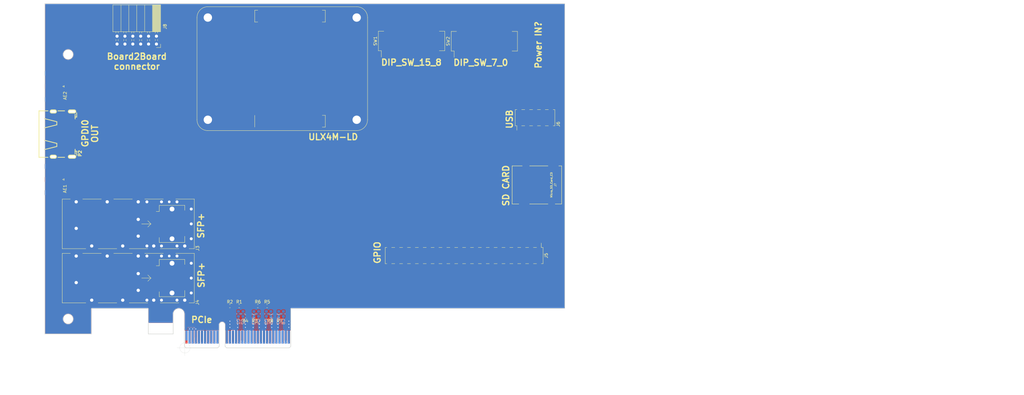
<source format=kicad_pcb>
(kicad_pcb (version 20171130) (host pcbnew 5.1.9+dfsg1-1+deb11u1)
  (title_block (title PCIexpress_x16_full) (company "Author: Luca Anastasio"))
  (layers (0 F.Cu power) (1 In1.Cu power) (2 In2.Cu power) (31 B.Cu power) (34 B.Paste user) (35 F.Paste user) (36 B.SilkS user) (37 F.SilkS user) (38 B.Mask user) (39 F.Mask user) (44 Edge.Cuts user))
  (net 0 "")
  (net 1 GND)
  (net 2 +12V)
  (net 3 +3V3)
  (net 4 /PET3_N)
  (net 5 /PET3_P)
  (net 6 /PET2_N)
  (net 7 /PET2_P)
  (net 8 /PET1_N)
  (net 9 /PET1_P)
  (net 10 /PET0_P)
  (net 11 /PET0_N)
  (net 12 /PCIexpress_connector/_PER0_P)
  (net 13 /PCIexpress_connector/_PER0_N)
  (net 14 /PCIexpress_connector/_PER1_P)
  (net 15 /PCIexpress_connector/_PER1_N)
  (net 16 /PCIexpress_connector/_PER2_P)
  (net 17 /PCIexpress_connector/_PER2_N)
  (net 18 /PCIexpress_connector/_PER3_P)
  (net 19 /PCIexpress_connector/_PER3_N)
  (net 20 "Net-(J3-PadCAGE)")
  (net 21 "Net-(J3-Pad1)")
  (net 22 "Net-(J3-Pad10)")
  (net 23 "Net-(J4-Pad1)")
  (net 24 "Net-(J4-Pad10)")
  (net 25 "Net-(J4-PadCAGE)")
  (net 26 "Net-(P2-Pad0)")
  (net 27 "Net-(J7-Pad9)")
  (net 28 "Net-(AE1-Pad2)")
  (net 29 "Net-(AE2-Pad2)")
  (module PCIexpress:PCIexpress_x4 (layer F.Cu) (at 109.625 194.125)
    (fp_text reference J2 hide)
    (fp_text value PCIexpress_x4)
    (pad A13 connect rect (at 14.5 -3.5) (size 0.7 4.2) (layers B.Cu))
    (pad A12 connect rect (at 13.5 -3.5) (size 0.7 4.2) (layers B.Cu) (net 1 GND))
    (pad A18 connect rect (at 19.5 -3.5) (size 0.7 4.2) (layers B.Cu) (net 1 GND))
    (pad A17 connect rect (at 18.5 -3.5) (size 0.7 4.2) (layers B.Cu) (net 13 /PCIexpress_connector/_PER0_N))
    (pad A16 connect rect (at 17.5 -3.5) (size 0.7 4.2) (layers B.Cu) (net 12 /PCIexpress_connector/_PER0_P))
    (pad A15 connect rect (at 16.5 -3.5) (size 0.7 4.2) (layers B.Cu) (net 1 GND))
    (pad A14 connect rect (at 15.5 -3.5) (size 0.7 4.2) (layers B.Cu))
    (pad A11 connect rect (at 10.5 -3.5) (size 0.7 4.2) (layers B.Cu))
    (pad A10 connect rect (at 9.5 -3.5) (size 0.7 4.2) (layers B.Cu) (net 3 +3V3))
    (pad A9 connect rect (at 8.5 -3.5) (size 0.7 4.2) (layers B.Cu) (net 3 +3V3))
    (pad A8 connect rect (at 7.5 -3.5) (size 0.7 4.2) (layers B.Cu))
    (pad A7 connect rect (at 6.5 -3.5) (size 0.7 4.2) (layers B.Cu))
    (pad A6 connect rect (at 5.5 -3.5) (size 0.7 4.2) (layers B.Cu))
    (pad A5 connect rect (at 4.5 -3.5) (size 0.7 4.2) (layers B.Cu))
    (pad A4 connect rect (at 3.5 -3.5) (size 0.7 4.2) (layers B.Cu) (net 1 GND))
    (pad A3 connect rect (at 2.5 -3.5) (size 0.7 4.2) (layers B.Cu) (net 2 +12V))
    (pad A2 connect rect (at 1.5 -3.5) (size 0.7 4.2) (layers B.Cu) (net 2 +12V))
    (pad A1 connect rect (at 0.5 -4) (size 0.7 3.2) (layers B.Cu))
    (pad B13 connect rect (at 14.5 -3.5) (size 0.7 4.2) (layers F.Cu) (net 1 GND))
    (pad B12 connect rect (at 13.5 -3.5) (size 0.7 4.2) (layers F.Cu))
    (pad B18 connect rect (at 19.5 -3.5) (size 0.7 4.2) (layers F.Cu) (net 1 GND))
    (pad B17 connect rect (at 18.5 -4) (size 0.7 3.2) (layers F.Cu))
    (pad B16 connect rect (at 17.5 -3.5) (size 0.7 4.2) (layers F.Cu) (net 1 GND))
    (pad B15 connect rect (at 16.5 -3.5) (size 0.7 4.2) (layers F.Cu) (net 11 /PET0_N))
    (pad B14 connect rect (at 15.5 -3.5) (size 0.7 4.2) (layers F.Cu) (net 10 /PET0_P))
    (pad B11 connect rect (at 10.5 -3.5) (size 0.7 4.2) (layers F.Cu))
    (pad B10 connect rect (at 9.5 -3.5) (size 0.7 4.2) (layers F.Cu))
    (pad B9 connect rect (at 8.5 -3.5) (size 0.7 4.2) (layers F.Cu))
    (pad B8 connect rect (at 7.5 -3.5) (size 0.7 4.2) (layers F.Cu) (net 3 +3V3))
    (pad B7 connect rect (at 6.5 -3.5) (size 0.7 4.2) (layers F.Cu) (net 1 GND))
    (pad B6 connect rect (at 5.5 -3.5) (size 0.7 4.2) (layers F.Cu))
    (pad B5 connect rect (at 4.5 -3.5) (size 0.7 4.2) (layers F.Cu))
    (pad B4 connect rect (at 3.5 -3.5) (size 0.7 4.2) (layers F.Cu) (net 1 GND))
    (pad B3 connect rect (at 2.5 -3.5) (size 0.7 4.2) (layers F.Cu) (net 2 +12V))
    (pad B2 connect rect (at 1.5 -3.5) (size 0.7 4.2) (layers F.Cu) (net 2 +12V))
    (pad B1 connect rect (at 0.5 -3.5) (size 0.7 4.2) (layers F.Cu) (net 2 +12V))
    (pad B19 connect rect (at 20.5 -3.5) (size 0.7 4.2) (layers F.Cu) (net 9 /PET1_P))
    (pad A19 connect rect (at 20.5 -3.5) (size 0.7 4.2) (layers B.Cu))
    (pad B20 connect rect (at 21.5 -3.5) (size 0.7 4.2) (layers F.Cu) (net 8 /PET1_N))
    (pad B21 connect rect (at 22.5 -3.5) (size 0.7 4.2) (layers F.Cu) (net 1 GND))
    (pad B22 connect rect (at 23.5 -3.5) (size 0.7 4.2) (layers F.Cu) (net 1 GND))
    (pad B23 connect rect (at 24.5 -3.5) (size 0.7 4.2) (layers F.Cu) (net 7 /PET2_P))
    (pad B24 connect rect (at 25.5 -3.5) (size 0.7 4.2) (layers F.Cu) (net 6 /PET2_N))
    (pad B25 connect rect (at 26.5 -3.5) (size 0.7 4.2) (layers F.Cu) (net 1 GND))
    (pad B26 connect rect (at 27.5 -3.5) (size 0.7 4.2) (layers F.Cu) (net 1 GND))
    (pad B27 connect rect (at 28.5 -3.5) (size 0.7 4.2) (layers F.Cu) (net 5 /PET3_P))
    (pad B28 connect rect (at 29.5 -3.5) (size 0.7 4.2) (layers F.Cu) (net 4 /PET3_N))
    (pad B29 connect rect (at 30.5 -3.5) (size 0.7 4.2) (layers F.Cu) (net 1 GND))
    (pad B30 connect rect (at 31.5 -3.5) (size 0.7 4.2) (layers F.Cu))
    (pad B31 connect rect (at 32.5 -4) (size 0.7 3.2) (layers F.Cu))
    (pad B32 connect rect (at 33.5 -3.5) (size 0.7 4.2) (layers F.Cu) (net 1 GND))
    (pad A20 connect rect (at 21.5 -3.5) (size 0.7 4.2) (layers B.Cu) (net 1 GND))
    (pad A21 connect rect (at 22.5 -3.5) (size 0.7 4.2) (layers B.Cu) (net 14 /PCIexpress_connector/_PER1_P))
    (pad A22 connect rect (at 23.5 -3.5) (size 0.7 4.2) (layers B.Cu) (net 15 /PCIexpress_connector/_PER1_N))
    (pad A23 connect rect (at 24.5 -3.5) (size 0.7 4.2) (layers B.Cu) (net 1 GND))
    (pad A24 connect rect (at 25.5 -3.5) (size 0.7 4.2) (layers B.Cu) (net 1 GND))
    (pad A25 connect rect (at 26.5 -3.5) (size 0.7 4.2) (layers B.Cu) (net 16 /PCIexpress_connector/_PER2_P))
    (pad A26 connect rect (at 27.5 -3.5) (size 0.7 4.2) (layers B.Cu) (net 17 /PCIexpress_connector/_PER2_N))
    (pad A27 connect rect (at 28.5 -3.5) (size 0.7 4.2) (layers B.Cu) (net 1 GND))
    (pad A28 connect rect (at 29.5 -3.5) (size 0.7 4.2) (layers B.Cu) (net 1 GND))
    (pad A29 connect rect (at 30.5 -3.5) (size 0.7 4.2) (layers B.Cu) (net 18 /PCIexpress_connector/_PER3_P))
    (pad A30 connect rect (at 31.5 -3.5) (size 0.7 4.2) (layers B.Cu) (net 19 /PCIexpress_connector/_PER3_N))
    (pad A31 connect rect (at 32.5 -3.5) (size 0.7 4.2) (layers B.Cu) (net 1 GND))
    (pad A32 connect rect (at 33.5 -3.5) (size 0.7 4.2) (layers B.Cu))
  )
  (module Resistor_SMD:R_0603_1608Metric (layer F.Cu) (at 137.125 183.875 180)
    (fp_text reference R8 (at 0 -1.5) (layer F.SilkS))
    (fp_text value 49.9)
    (pad 2 smd roundrect (at 0.7875 0 180) (size 0.875 0.95) (layers F.Cu F.Paste F.Mask) (net 1 GND))
    (pad 1 smd roundrect (at -0.7875 0 180) (size 0.875 0.95) (layers F.Cu F.Paste F.Mask) (net 5 /PET3_P))
  )
  (module Resistor_SMD:R_0603_1608Metric (layer F.Cu) (at 140.125 183.875)
    (fp_text reference R7 (at 0 1.5) (layer F.SilkS))
    (fp_text value 49.9)
    (pad 2 smd roundrect (at 0.7875 0) (size 0.875 0.95) (layers F.Cu F.Paste F.Mask) (net 1 GND))
    (pad 1 smd roundrect (at -0.7875 0) (size 0.875 0.95) (layers F.Cu F.Paste F.Mask) (net 4 /PET3_N))
  )
  (module Resistor_SMD:R_0603_1608Metric (layer F.Cu) (at 133.125 180.625 180)
    (fp_text reference R6 (at 0 1.375) (layer F.SilkS))
    (fp_text value 49.9)
    (pad 2 smd roundrect (at 0.7875 0 180) (size 0.875 0.95) (layers F.Cu F.Paste F.Mask) (net 1 GND))
    (pad 1 smd roundrect (at -0.7875 0 180) (size 0.875 0.95) (layers F.Cu F.Paste F.Mask) (net 7 /PET2_P))
  )
  (module Resistor_SMD:R_0603_1608Metric (layer F.Cu) (at 136.125 180.625)
    (fp_text reference R5 (at 0 -1.375) (layer F.SilkS))
    (fp_text value 49.9)
    (pad 2 smd roundrect (at 0.7875 0) (size 0.875 0.95) (layers F.Cu F.Paste F.Mask) (net 1 GND))
    (pad 1 smd roundrect (at -0.7875 0) (size 0.875 0.95) (layers F.Cu F.Paste F.Mask) (net 6 /PET2_N))
  )
  (module Resistor_SMD:R_0603_1608Metric (layer F.Cu) (at 129.125 183.875 180)
    (fp_text reference R4 (at 0 -1.5) (layer F.SilkS))
    (fp_text value 49.9)
    (pad 2 smd roundrect (at 0.7875 0 180) (size 0.875 0.95) (layers F.Cu F.Paste F.Mask) (net 1 GND))
    (pad 1 smd roundrect (at -0.7875 0 180) (size 0.875 0.95) (layers F.Cu F.Paste F.Mask) (net 9 /PET1_P))
  )
  (module Resistor_SMD:R_0603_1608Metric (layer F.Cu) (at 132.125 183.875)
    (fp_text reference R3 (at 0 1.5) (layer F.SilkS))
    (fp_text value 49.9)
    (pad 2 smd roundrect (at 0.7875 0) (size 0.875 0.95) (layers F.Cu F.Paste F.Mask) (net 1 GND))
    (pad 1 smd roundrect (at -0.7875 0) (size 0.875 0.95) (layers F.Cu F.Paste F.Mask) (net 8 /PET1_N))
  )
  (module Capacitor_SMD:C_0603_1608Metric (layer B.Cu) (at 141.375 183.125 90)
    (fp_text reference C8 (at -2.5 0 90) (layer B.SilkS) (effects (justify mirror)))
    (fp_text value 100n)
    (pad 2 smd roundrect (at 0.7875 0 90) (size 0.875 0.95) (layers B.Cu B.Paste B.Mask))
    (pad 1 smd roundrect (at -0.7875 0 90) (size 0.875 0.95) (layers B.Cu B.Paste B.Mask) (net 19 /PCIexpress_connector/_PER3_N))
  )
  (module Capacitor_SMD:C_0603_1608Metric (layer B.Cu) (at 139.875 183.125 270)
    (fp_text reference C7 (at 2.5 0 90) (layer B.SilkS) (effects (justify mirror)))
    (fp_text value 100n)
    (pad 2 smd roundrect (at 0.7875 0 270) (size 0.875 0.95) (layers B.Cu B.Paste B.Mask) (net 18 /PCIexpress_connector/_PER3_P))
    (pad 1 smd roundrect (at -0.7875 0 270) (size 0.875 0.95) (layers B.Cu B.Paste B.Mask))
  )
  (module Capacitor_SMD:C_0603_1608Metric (layer B.Cu) (at 137.375 183.125 90)
    (fp_text reference C6 (at -2.5 0 90) (layer B.SilkS) (effects (justify mirror)))
    (fp_text value 100n)
    (pad 2 smd roundrect (at 0.7875 0 90) (size 0.875 0.95) (layers B.Cu B.Paste B.Mask))
    (pad 1 smd roundrect (at -0.7875 0 90) (size 0.875 0.95) (layers B.Cu B.Paste B.Mask) (net 17 /PCIexpress_connector/_PER2_N))
  )
  (module Capacitor_SMD:C_0603_1608Metric (layer B.Cu) (at 135.875 183.125 270)
    (fp_text reference C5 (at 2.5 0 90) (layer B.SilkS) (effects (justify mirror)))
    (fp_text value 100n)
    (pad 2 smd roundrect (at 0.7875 0 270) (size 0.875 0.95) (layers B.Cu B.Paste B.Mask) (net 16 /PCIexpress_connector/_PER2_P))
    (pad 1 smd roundrect (at -0.7875 0 270) (size 0.875 0.95) (layers B.Cu B.Paste B.Mask))
  )
  (module Capacitor_SMD:C_0603_1608Metric (layer B.Cu) (at 133.375 183.125 90)
    (fp_text reference C4 (at -2.5 0 90) (layer B.SilkS) (effects (justify mirror)))
    (fp_text value 100n)
    (pad 2 smd roundrect (at 0.7875 0 90) (size 0.875 0.95) (layers B.Cu B.Paste B.Mask))
    (pad 1 smd roundrect (at -0.7875 0 90) (size 0.875 0.95) (layers B.Cu B.Paste B.Mask) (net 15 /PCIexpress_connector/_PER1_N))
  )
  (module Capacitor_SMD:C_0603_1608Metric (layer B.Cu) (at 131.875 183.125 270)
    (fp_text reference C3 (at 2.5 0 90) (layer B.SilkS) (effects (justify mirror)))
    (fp_text value 100n)
    (pad 2 smd roundrect (at 0.7875 0 270) (size 0.875 0.95) (layers B.Cu B.Paste B.Mask) (net 14 /PCIexpress_connector/_PER1_P))
    (pad 1 smd roundrect (at -0.7875 0 270) (size 0.875 0.95) (layers B.Cu B.Paste B.Mask))
  )
  (module Capacitor_SMD:C_0603_1608Metric (layer B.Cu) (at 128.375 183.125 90)
    (fp_text reference C2 (at -2.5 0 90) (layer B.SilkS) (effects (justify mirror)))
    (fp_text value 100n)
    (pad 2 smd roundrect (at 0.7875 0 90) (size 0.875 0.95) (layers B.Cu B.Paste B.Mask))
    (pad 1 smd roundrect (at -0.7875 0 90) (size 0.875 0.95) (layers B.Cu B.Paste B.Mask) (net 13 /PCIexpress_connector/_PER0_N))
  )
  (module Capacitor_SMD:C_0603_1608Metric (layer B.Cu) (at 126.875 183.125 270)
    (fp_text reference C1 (at 2.5 0 90) (layer B.SilkS) (effects (justify mirror)))
    (fp_text value 100n)
    (pad 2 smd roundrect (at 0.7875 0 270) (size 0.875 0.95) (layers B.Cu B.Paste B.Mask) (net 12 /PCIexpress_connector/_PER0_P))
    (pad 1 smd roundrect (at -0.7875 0 270) (size 0.875 0.95) (layers B.Cu B.Paste B.Mask))
  )
  (module Resistor_SMD:R_0603_1608Metric (layer F.Cu) (at 124.125 180.625 180)
    (fp_text reference R2 (at 0 1.375) (layer F.SilkS))
    (fp_text value 49.9)
    (pad 2 smd roundrect (at 0.7875 0 180) (size 0.875 0.95) (layers F.Cu F.Paste F.Mask) (net 1 GND))
    (pad 1 smd roundrect (at -0.7875 0 180) (size 0.875 0.95) (layers F.Cu F.Paste F.Mask) (net 10 /PET0_P))
  )
  (module Resistor_SMD:R_0603_1608Metric (layer F.Cu) (at 127.125 180.625)
    (fp_text reference R1 (at 0 -1.375) (layer F.SilkS))
    (fp_text value 49.9)
    (pad 2 smd roundrect (at 0.7875 0) (size 0.875 0.95) (layers F.Cu F.Paste F.Mask) (net 1 GND))
    (pad 1 smd roundrect (at -0.7875 0) (size 0.875 0.95) (layers F.Cu F.Paste F.Mask) (net 11 /PET0_N))
  )
  (module PCIexpress:PCIexpress_bracket_full (layer F.Cu) (at 109.625 194.125)
    (fp_text reference J1 hide)
    (fp_text value PCIexpress_bracket)
  )
  (module Connector:Connector_SFP_and_Cage (layer F.Cu) (at 111.665 154.085)
    (fp_text reference J3 (at 2.03 7.88 90) (layer F.SilkS))
    (fp_text value SFP+)
    (pad CAGE thru_hole circle (at -9.6 7.125) (size 1.5 1.5) (drill 0.95) (layers *.Cu *.Mask) (net 20 "Net-(J3-PadCAGE)"))
    (pad CAGE thru_hole circle (at -14.3 7.125) (size 1.5 1.5) (drill 0.95) (layers *.Cu *.Mask) (net 20 "Net-(J3-PadCAGE)"))
    (pad CAGE thru_hole circle (at -14.3 -7.125) (size 1.5 1.5) (drill 0.95) (layers *.Cu *.Mask) (net 20 "Net-(J3-PadCAGE)"))
    (pad CAGE thru_hole circle (at -9.6 -7.125) (size 1.5 1.5) (drill 0.95) (layers *.Cu *.Mask) (net 20 "Net-(J3-PadCAGE)"))
    (pad CAGE thru_hole circle (at -4.6 -7.125) (size 1.5 1.5) (drill 0.95) (layers *.Cu *.Mask) (net 20 "Net-(J3-PadCAGE)"))
    (pad CAGE thru_hole circle (at -4.6 7.125) (size 1.5 1.5) (drill 0.95) (layers *.Cu *.Mask) (net 20 "Net-(J3-PadCAGE)"))
    (pad CAGE thru_hole rect (at -17.1 -1.45) (size 2 2) (drill 1.05) (layers *.Cu *.Mask) (net 20 "Net-(J3-PadCAGE)"))
    (pad CAGE thru_hole rect (at -17.1 3.95) (size 2 2) (drill 1.05) (layers *.Cu *.Mask) (net 20 "Net-(J3-PadCAGE)"))
    (pad CAGE thru_hole rect (at -37.1 1.45) (size 2 2) (drill 1.05) (layers *.Cu *.Mask) (net 20 "Net-(J3-PadCAGE)"))
    (pad CAGE thru_hole rect (at -32.1 7.125) (size 2 2) (drill 1.05) (layers *.Cu *.Mask) (net 20 "Net-(J3-PadCAGE)"))
    (pad CAGE thru_hole rect (at -22.1 7.125) (size 2 2) (drill 1.05) (layers *.Cu *.Mask) (net 20 "Net-(J3-PadCAGE)"))
    (pad CAGE thru_hole rect (at -12.1 7.125) (size 2 2) (drill 1.05) (layers *.Cu *.Mask) (net 20 "Net-(J3-PadCAGE)"))
    (pad CAGE thru_hole rect (at -2.1 7.125) (size 2 2) (drill 1.05) (layers *.Cu *.Mask) (net 20 "Net-(J3-PadCAGE)"))
    (pad CAGE thru_hole circle (at 0 4.8) (size 1.5 1.5) (drill 0.95) (layers *.Cu *.Mask) (net 20 "Net-(J3-PadCAGE)"))
    (pad CAGE thru_hole circle (at 0 -4.8) (size 1.5 1.5) (drill 0.95) (layers *.Cu *.Mask) (net 20 "Net-(J3-PadCAGE)"))
    (pad CAGE thru_hole circle (at 0 0) (size 1.5 1.5) (drill 0.95) (layers *.Cu *.Mask) (net 20 "Net-(J3-PadCAGE)"))
    (pad CAGE thru_hole rect (at -37.1 -7.125) (size 2 2) (drill 1.05) (layers *.Cu *.Mask) (net 20 "Net-(J3-PadCAGE)"))
    (pad CAGE thru_hole rect (at -27.1 -7.125) (size 2 2) (drill 1.05) (layers *.Cu *.Mask) (net 20 "Net-(J3-PadCAGE)"))
    (pad CAGE thru_hole rect (at -17.1 -7.125) (size 2 2) (drill 1.05) (layers *.Cu *.Mask) (net 20 "Net-(J3-PadCAGE)"))
    (pad CAGE thru_hole rect (at -7.1 -7.125) (size 2 2) (drill 0.85) (layers *.Cu *.Mask) (net 20 "Net-(J3-PadCAGE)"))
    (pad "" np_thru_hole circle (at -6.2 -4.8) (size 2 2) (drill 1.55) (layers *.Cu *.Mask))
    (pad "" np_thru_hole circle (at -6.2 4.8) (size 2 2) (drill 1.55) (layers *.Cu *.Mask))
    (pad 20 smd rect (at -2.1 -3.8) (size 2 0.5) (layers F.Cu F.Paste F.Mask) (net 21 "Net-(J3-Pad1)"))
    (pad 19 smd rect (at -2.1 -3) (size 2 0.5) (layers F.Cu F.Paste F.Mask))
    (pad 18 smd rect (at -2.1 -2.2) (size 2 0.5) (layers F.Cu F.Paste F.Mask))
    (pad 17 smd rect (at -2.1 -1.4) (size 2 0.5) (layers F.Cu F.Paste F.Mask) (net 21 "Net-(J3-Pad1)"))
    (pad 16 smd rect (at -2.1 -0.6) (size 2 0.5) (layers F.Cu F.Paste F.Mask))
    (pad 15 smd rect (at -2.1 0.2) (size 2 0.5) (layers F.Cu F.Paste F.Mask))
    (pad 14 smd rect (at -2.1 1) (size 2 0.5) (layers F.Cu F.Paste F.Mask) (net 22 "Net-(J3-Pad10)"))
    (pad 13 smd rect (at -2.1 1.8) (size 2 0.5) (layers F.Cu F.Paste F.Mask))
    (pad 12 smd rect (at -2.1 2.6) (size 2 0.5) (layers F.Cu F.Paste F.Mask))
    (pad 11 smd rect (at -2.1 3.4) (size 2 0.5) (layers F.Cu F.Paste F.Mask) (net 22 "Net-(J3-Pad10)"))
    (pad 10 smd rect (at -10.3 3.8) (size 2 0.5) (layers F.Cu F.Paste F.Mask) (net 22 "Net-(J3-Pad10)"))
    (pad 9 smd rect (at -10.3 3) (size 2 0.5) (layers F.Cu F.Paste F.Mask))
    (pad 8 smd rect (at -10.3 2.2) (size 2 0.5) (layers F.Cu F.Paste F.Mask))
    (pad 7 smd rect (at -10.3 1.4) (size 2 0.5) (layers F.Cu F.Paste F.Mask))
    (pad 6 smd rect (at -10.3 0.6) (size 2 0.5) (layers F.Cu F.Paste F.Mask))
    (pad 5 smd rect (at -10.3 -0.2) (size 2 0.5) (layers F.Cu F.Paste F.Mask))
    (pad 4 smd rect (at -10.3 -1) (size 2 0.5) (layers F.Cu F.Paste F.Mask))
    (pad 3 smd rect (at -10.3 -1.8) (size 2 0.5) (layers F.Cu F.Paste F.Mask))
    (pad 2 smd rect (at -10.3 -2.6) (size 2 0.5) (layers F.Cu F.Paste F.Mask))
    (pad 1 smd rect (at -10.3 -3.4) (size 2 0.5) (layers F.Cu F.Paste F.Mask) (net 21 "Net-(J3-Pad1)"))
  )
  (module Connector:Connector_SFP_and_Cage (layer F.Cu) (at 111.665 171.585)
    (fp_text reference J4 (at 1.99 7.85 90) (layer F.SilkS))
    (fp_text value SFP+)
    (pad 1 smd rect (at -10.3 -3.4) (size 2 0.5) (layers F.Cu F.Paste F.Mask) (net 23 "Net-(J4-Pad1)"))
    (pad 2 smd rect (at -10.3 -2.6) (size 2 0.5) (layers F.Cu F.Paste F.Mask))
    (pad 3 smd rect (at -10.3 -1.8) (size 2 0.5) (layers F.Cu F.Paste F.Mask))
    (pad 4 smd rect (at -10.3 -1) (size 2 0.5) (layers F.Cu F.Paste F.Mask))
    (pad 5 smd rect (at -10.3 -0.2) (size 2 0.5) (layers F.Cu F.Paste F.Mask))
    (pad 6 smd rect (at -10.3 0.6) (size 2 0.5) (layers F.Cu F.Paste F.Mask))
    (pad 7 smd rect (at -10.3 1.4) (size 2 0.5) (layers F.Cu F.Paste F.Mask))
    (pad 8 smd rect (at -10.3 2.2) (size 2 0.5) (layers F.Cu F.Paste F.Mask))
    (pad 9 smd rect (at -10.3 3) (size 2 0.5) (layers F.Cu F.Paste F.Mask))
    (pad 10 smd rect (at -10.3 3.8) (size 2 0.5) (layers F.Cu F.Paste F.Mask) (net 24 "Net-(J4-Pad10)"))
    (pad 11 smd rect (at -2.1 3.4) (size 2 0.5) (layers F.Cu F.Paste F.Mask) (net 24 "Net-(J4-Pad10)"))
    (pad 12 smd rect (at -2.1 2.6) (size 2 0.5) (layers F.Cu F.Paste F.Mask))
    (pad 13 smd rect (at -2.1 1.8) (size 2 0.5) (layers F.Cu F.Paste F.Mask))
    (pad 14 smd rect (at -2.1 1) (size 2 0.5) (layers F.Cu F.Paste F.Mask) (net 24 "Net-(J4-Pad10)"))
    (pad 15 smd rect (at -2.1 0.2) (size 2 0.5) (layers F.Cu F.Paste F.Mask))
    (pad 16 smd rect (at -2.1 -0.6) (size 2 0.5) (layers F.Cu F.Paste F.Mask))
    (pad 17 smd rect (at -2.1 -1.4) (size 2 0.5) (layers F.Cu F.Paste F.Mask) (net 23 "Net-(J4-Pad1)"))
    (pad 18 smd rect (at -2.1 -2.2) (size 2 0.5) (layers F.Cu F.Paste F.Mask))
    (pad 19 smd rect (at -2.1 -3) (size 2 0.5) (layers F.Cu F.Paste F.Mask))
    (pad 20 smd rect (at -2.1 -3.8) (size 2 0.5) (layers F.Cu F.Paste F.Mask) (net 23 "Net-(J4-Pad1)"))
    (pad "" np_thru_hole circle (at -6.2 4.8) (size 2 2) (drill 1.55) (layers *.Cu *.Mask))
    (pad "" np_thru_hole circle (at -6.2 -4.8) (size 2 2) (drill 1.55) (layers *.Cu *.Mask))
    (pad CAGE thru_hole rect (at -7.1 -7.125) (size 2 2) (drill 0.85) (layers *.Cu *.Mask) (net 25 "Net-(J4-PadCAGE)"))
    (pad CAGE thru_hole rect (at -17.1 -7.125) (size 2 2) (drill 1.05) (layers *.Cu *.Mask) (net 25 "Net-(J4-PadCAGE)"))
    (pad CAGE thru_hole rect (at -27.1 -7.125) (size 2 2) (drill 1.05) (layers *.Cu *.Mask) (net 25 "Net-(J4-PadCAGE)"))
    (pad CAGE thru_hole rect (at -37.1 -7.125) (size 2 2) (drill 1.05) (layers *.Cu *.Mask) (net 25 "Net-(J4-PadCAGE)"))
    (pad CAGE thru_hole circle (at 0 0) (size 1.5 1.5) (drill 0.95) (layers *.Cu *.Mask) (net 25 "Net-(J4-PadCAGE)"))
    (pad CAGE thru_hole circle (at 0 -4.8) (size 1.5 1.5) (drill 0.95) (layers *.Cu *.Mask) (net 25 "Net-(J4-PadCAGE)"))
    (pad CAGE thru_hole circle (at 0 4.8) (size 1.5 1.5) (drill 0.95) (layers *.Cu *.Mask) (net 25 "Net-(J4-PadCAGE)"))
    (pad CAGE thru_hole rect (at -2.1 7.125) (size 2 2) (drill 1.05) (layers *.Cu *.Mask) (net 25 "Net-(J4-PadCAGE)"))
    (pad CAGE thru_hole rect (at -12.1 7.125) (size 2 2) (drill 1.05) (layers *.Cu *.Mask) (net 25 "Net-(J4-PadCAGE)"))
    (pad CAGE thru_hole rect (at -22.1 7.125) (size 2 2) (drill 1.05) (layers *.Cu *.Mask) (net 25 "Net-(J4-PadCAGE)"))
    (pad CAGE thru_hole rect (at -32.1 7.125) (size 2 2) (drill 1.05) (layers *.Cu *.Mask) (net 25 "Net-(J4-PadCAGE)"))
    (pad CAGE thru_hole rect (at -37.1 1.45) (size 2 2) (drill 1.05) (layers *.Cu *.Mask) (net 25 "Net-(J4-PadCAGE)"))
    (pad CAGE thru_hole rect (at -17.1 3.95) (size 2 2) (drill 1.05) (layers *.Cu *.Mask) (net 25 "Net-(J4-PadCAGE)"))
    (pad CAGE thru_hole rect (at -17.1 -1.45) (size 2 2) (drill 1.05) (layers *.Cu *.Mask) (net 25 "Net-(J4-PadCAGE)"))
    (pad CAGE thru_hole circle (at -4.6 7.125) (size 1.5 1.5) (drill 0.95) (layers *.Cu *.Mask) (net 25 "Net-(J4-PadCAGE)"))
    (pad CAGE thru_hole circle (at -4.6 -7.125) (size 1.5 1.5) (drill 0.95) (layers *.Cu *.Mask) (net 25 "Net-(J4-PadCAGE)"))
    (pad CAGE thru_hole circle (at -9.6 -7.125) (size 1.5 1.5) (drill 0.95) (layers *.Cu *.Mask) (net 25 "Net-(J4-PadCAGE)"))
    (pad CAGE thru_hole circle (at -14.3 -7.125) (size 1.5 1.5) (drill 0.95) (layers *.Cu *.Mask) (net 25 "Net-(J4-PadCAGE)"))
    (pad CAGE thru_hole circle (at -14.3 7.125) (size 1.5 1.5) (drill 0.95) (layers *.Cu *.Mask) (net 25 "Net-(J4-PadCAGE)"))
    (pad CAGE thru_hole circle (at -9.6 7.125) (size 1.5 1.5) (drill 0.95) (layers *.Cu *.Mask) (net 25 "Net-(J4-PadCAGE)"))
  )
  (module cm4:Raspberry-Pi-4-Compute-Module (layer F.Cu) (at 143.515 103.955 90)
    (fp_text reference U1 hide)
    (fp_text value Raspberry_Pi_Compute_Module_4_Compute_Module_4_Functional hide)
    (pad 200 smd rect (at 18.5 9.8) (size 0.2 0.7) (layers F.Cu F.Paste F.Mask))
    (pad 199 smd rect (at 15.42 9.8) (size 0.2 0.7) (layers F.Cu F.Paste F.Mask))
    (pad 198 smd rect (at 18.5 9.4) (size 0.2 0.7) (layers F.Cu F.Paste F.Mask))
    (pad 197 smd rect (at 15.42 9.4) (size 0.2 0.7) (layers F.Cu F.Paste F.Mask))
    (pad 196 smd rect (at 18.5 9) (size 0.2 0.7) (layers F.Cu F.Paste F.Mask))
    (pad 195 smd rect (at 15.42 9) (size 0.2 0.7) (layers F.Cu F.Paste F.Mask))
    (pad 194 smd rect (at 18.5 8.6) (size 0.2 0.7) (layers F.Cu F.Paste F.Mask))
    (pad 193 smd rect (at 15.42 8.6) (size 0.2 0.7) (layers F.Cu F.Paste F.Mask))
    (pad 192 smd rect (at 18.5 8.2) (size 0.2 0.7) (layers F.Cu F.Paste F.Mask))
    (pad 191 smd rect (at 15.42 8.2) (size 0.2 0.7) (layers F.Cu F.Paste F.Mask))
    (pad 190 smd rect (at 18.5 7.8) (size 0.2 0.7) (layers F.Cu F.Paste F.Mask))
    (pad 189 smd rect (at 15.42 7.8) (size 0.2 0.7) (layers F.Cu F.Paste F.Mask))
    (pad 188 smd rect (at 18.5 7.4) (size 0.2 0.7) (layers F.Cu F.Paste F.Mask))
    (pad 187 smd rect (at 15.42 7.4) (size 0.2 0.7) (layers F.Cu F.Paste F.Mask))
    (pad 186 smd rect (at 18.5 7) (size 0.2 0.7) (layers F.Cu F.Paste F.Mask))
    (pad 185 smd rect (at 15.42 7) (size 0.2 0.7) (layers F.Cu F.Paste F.Mask))
    (pad 184 smd rect (at 18.5 6.6) (size 0.2 0.7) (layers F.Cu F.Paste F.Mask))
    (pad 183 smd rect (at 15.42 6.6) (size 0.2 0.7) (layers F.Cu F.Paste F.Mask))
    (pad 182 smd rect (at 18.5 6.2) (size 0.2 0.7) (layers F.Cu F.Paste F.Mask))
    (pad 181 smd rect (at 15.42 6.2) (size 0.2 0.7) (layers F.Cu F.Paste F.Mask))
    (pad 180 smd rect (at 18.5 5.8) (size 0.2 0.7) (layers F.Cu F.Paste F.Mask))
    (pad 179 smd rect (at 15.42 5.8) (size 0.2 0.7) (layers F.Cu F.Paste F.Mask))
    (pad 178 smd rect (at 18.5 5.4) (size 0.2 0.7) (layers F.Cu F.Paste F.Mask))
    (pad 177 smd rect (at 15.42 5.4) (size 0.2 0.7) (layers F.Cu F.Paste F.Mask))
    (pad 176 smd rect (at 18.5 5) (size 0.2 0.7) (layers F.Cu F.Paste F.Mask))
    (pad 175 smd rect (at 15.42 5) (size 0.2 0.7) (layers F.Cu F.Paste F.Mask))
    (pad 174 smd rect (at 18.5 4.6) (size 0.2 0.7) (layers F.Cu F.Paste F.Mask))
    (pad 173 smd rect (at 15.42 4.6) (size 0.2 0.7) (layers F.Cu F.Paste F.Mask))
    (pad 172 smd rect (at 18.5 4.2) (size 0.2 0.7) (layers F.Cu F.Paste F.Mask))
    (pad 171 smd rect (at 15.42 4.2) (size 0.2 0.7) (layers F.Cu F.Paste F.Mask))
    (pad 170 smd rect (at 18.5 3.8) (size 0.2 0.7) (layers F.Cu F.Paste F.Mask))
    (pad 169 smd rect (at 15.42 3.8) (size 0.2 0.7) (layers F.Cu F.Paste F.Mask))
    (pad 168 smd rect (at 18.5 3.4) (size 0.2 0.7) (layers F.Cu F.Paste F.Mask))
    (pad 167 smd rect (at 15.42 3.4) (size 0.2 0.7) (layers F.Cu F.Paste F.Mask))
    (pad 166 smd rect (at 18.5 3) (size 0.2 0.7) (layers F.Cu F.Paste F.Mask))
    (pad 165 smd rect (at 15.42 3) (size 0.2 0.7) (layers F.Cu F.Paste F.Mask))
    (pad 164 smd rect (at 18.5 2.6) (size 0.2 0.7) (layers F.Cu F.Paste F.Mask))
    (pad 163 smd rect (at 15.42 2.6) (size 0.2 0.7) (layers F.Cu F.Paste F.Mask))
    (pad 162 smd rect (at 18.5 2.2) (size 0.2 0.7) (layers F.Cu F.Paste F.Mask))
    (pad 161 smd rect (at 15.42 2.2) (size 0.2 0.7) (layers F.Cu F.Paste F.Mask))
    (pad 160 smd rect (at 18.5 1.8) (size 0.2 0.7) (layers F.Cu F.Paste F.Mask))
    (pad 159 smd rect (at 15.42 1.8) (size 0.2 0.7) (layers F.Cu F.Paste F.Mask))
    (pad 158 smd rect (at 18.5 1.4) (size 0.2 0.7) (layers F.Cu F.Paste F.Mask))
    (pad 157 smd rect (at 15.42 1.4) (size 0.2 0.7) (layers F.Cu F.Paste F.Mask))
    (pad 156 smd rect (at 18.5 1) (size 0.2 0.7) (layers F.Cu F.Paste F.Mask))
    (pad 155 smd rect (at 15.42 1) (size 0.2 0.7) (layers F.Cu F.Paste F.Mask))
    (pad 154 smd rect (at 18.5 0.6) (size 0.2 0.7) (layers F.Cu F.Paste F.Mask))
    (pad 153 smd rect (at 15.42 0.6) (size 0.2 0.7) (layers F.Cu F.Paste F.Mask))
    (pad 152 smd rect (at 18.5 0.2) (size 0.2 0.7) (layers F.Cu F.Paste F.Mask))
    (pad 151 smd rect (at 15.42 0.2) (size 0.2 0.7) (layers F.Cu F.Paste F.Mask))
    (pad 150 smd rect (at 18.5 -0.2) (size 0.2 0.7) (layers F.Cu F.Paste F.Mask))
    (pad 149 smd rect (at 15.42 -0.2) (size 0.2 0.7) (layers F.Cu F.Paste F.Mask))
    (pad 148 smd rect (at 18.5 -0.6) (size 0.2 0.7) (layers F.Cu F.Paste F.Mask))
    (pad 147 smd rect (at 15.42 -0.6) (size 0.2 0.7) (layers F.Cu F.Paste F.Mask))
    (pad 146 smd rect (at 18.5 -1) (size 0.2 0.7) (layers F.Cu F.Paste F.Mask))
    (pad 145 smd rect (at 15.42 -1) (size 0.2 0.7) (layers F.Cu F.Paste F.Mask))
    (pad 144 smd rect (at 18.5 -1.4) (size 0.2 0.7) (layers F.Cu F.Paste F.Mask))
    (pad 143 smd rect (at 15.42 -1.4) (size 0.2 0.7) (layers F.Cu F.Paste F.Mask))
    (pad 142 smd rect (at 18.5 -1.8) (size 0.2 0.7) (layers F.Cu F.Paste F.Mask))
    (pad 141 smd rect (at 15.42 -1.8) (size 0.2 0.7) (layers F.Cu F.Paste F.Mask))
    (pad 140 smd rect (at 18.5 -2.2) (size 0.2 0.7) (layers F.Cu F.Paste F.Mask))
    (pad 139 smd rect (at 15.42 -2.2) (size 0.2 0.7) (layers F.Cu F.Paste F.Mask))
    (pad 138 smd rect (at 18.5 -2.6) (size 0.2 0.7) (layers F.Cu F.Paste F.Mask))
    (pad 137 smd rect (at 15.42 -2.6) (size 0.2 0.7) (layers F.Cu F.Paste F.Mask))
    (pad 136 smd rect (at 18.5 -3) (size 0.2 0.7) (layers F.Cu F.Paste F.Mask))
    (pad 135 smd rect (at 15.42 -3) (size 0.2 0.7) (layers F.Cu F.Paste F.Mask))
    (pad 134 smd rect (at 18.5 -3.4) (size 0.2 0.7) (layers F.Cu F.Paste F.Mask))
    (pad 133 smd rect (at 15.42 -3.4) (size 0.2 0.7) (layers F.Cu F.Paste F.Mask))
    (pad 132 smd rect (at 18.5 -3.8) (size 0.2 0.7) (layers F.Cu F.Paste F.Mask))
    (pad 131 smd rect (at 15.42 -3.8) (size 0.2 0.7) (layers F.Cu F.Paste F.Mask))
    (pad 130 smd rect (at 18.5 -4.2) (size 0.2 0.7) (layers F.Cu F.Paste F.Mask))
    (pad 129 smd rect (at 15.42 -4.2) (size 0.2 0.7) (layers F.Cu F.Paste F.Mask))
    (pad 128 smd rect (at 18.5 -4.6) (size 0.2 0.7) (layers F.Cu F.Paste F.Mask))
    (pad 127 smd rect (at 15.42 -4.6) (size 0.2 0.7) (layers F.Cu F.Paste F.Mask))
    (pad 126 smd rect (at 18.5 -5) (size 0.2 0.7) (layers F.Cu F.Paste F.Mask))
    (pad 125 smd rect (at 15.42 -5) (size 0.2 0.7) (layers F.Cu F.Paste F.Mask))
    (pad 124 smd rect (at 18.5 -5.4) (size 0.2 0.7) (layers F.Cu F.Paste F.Mask))
    (pad 123 smd rect (at 15.42 -5.4) (size 0.2 0.7) (layers F.Cu F.Paste F.Mask))
    (pad 122 smd rect (at 18.5 -5.8) (size 0.2 0.7) (layers F.Cu F.Paste F.Mask))
    (pad 121 smd rect (at 15.42 -5.8) (size 0.2 0.7) (layers F.Cu F.Paste F.Mask))
    (pad 120 smd rect (at 18.5 -6.2) (size 0.2 0.7) (layers F.Cu F.Paste F.Mask))
    (pad 119 smd rect (at 15.42 -6.2) (size 0.2 0.7) (layers F.Cu F.Paste F.Mask))
    (pad 118 smd rect (at 18.5 -6.6) (size 0.2 0.7) (layers F.Cu F.Paste F.Mask))
    (pad 117 smd rect (at 15.42 -6.6) (size 0.2 0.7) (layers F.Cu F.Paste F.Mask))
    (pad 116 smd rect (at 18.5 -7) (size 0.2 0.7) (layers F.Cu F.Paste F.Mask))
    (pad 115 smd rect (at 15.42 -7) (size 0.2 0.7) (layers F.Cu F.Paste F.Mask))
    (pad 114 smd rect (at 18.5 -7.4) (size 0.2 0.7) (layers F.Cu F.Paste F.Mask))
    (pad 113 smd rect (at 15.42 -7.4) (size 0.2 0.7) (layers F.Cu F.Paste F.Mask))
    (pad 112 smd rect (at 18.5 -7.8) (size 0.2 0.7) (layers F.Cu F.Paste F.Mask))
    (pad 111 smd rect (at 15.42 -7.8) (size 0.2 0.7) (layers F.Cu F.Paste F.Mask))
    (pad 110 smd rect (at 18.5 -8.2) (size 0.2 0.7) (layers F.Cu F.Paste F.Mask))
    (pad 109 smd rect (at 15.42 -8.2) (size 0.2 0.7) (layers F.Cu F.Paste F.Mask))
    (pad 108 smd rect (at 18.5 -8.6) (size 0.2 0.7) (layers F.Cu F.Paste F.Mask))
    (pad 107 smd rect (at 15.42 -8.6) (size 0.2 0.7) (layers F.Cu F.Paste F.Mask))
    (pad 106 smd rect (at 18.5 -9) (size 0.2 0.7) (layers F.Cu F.Paste F.Mask))
    (pad 105 smd rect (at 15.42 -9) (size 0.2 0.7) (layers F.Cu F.Paste F.Mask))
    (pad 104 smd rect (at 18.5 -9.4) (size 0.2 0.7) (layers F.Cu F.Paste F.Mask))
    (pad 103 smd rect (at 15.42 -9.4) (size 0.2 0.7) (layers F.Cu F.Paste F.Mask))
    (pad 102 smd rect (at 18.5 -9.8) (size 0.2 0.7) (layers F.Cu F.Paste F.Mask))
    (pad 101 smd rect (at 15.42 -9.8) (size 0.2 0.7) (layers F.Cu F.Paste F.Mask))
    (pad 100 smd rect (at -15.42 9.8) (size 0.2 0.7) (layers F.Cu F.Paste F.Mask))
    (pad 99 smd rect (at -18.5 9.8) (size 0.2 0.7) (layers F.Cu F.Paste F.Mask))
    (pad 98 smd rect (at -15.42 9.4) (size 0.2 0.7) (layers F.Cu F.Paste F.Mask))
    (pad 97 smd rect (at -18.5 9.4) (size 0.2 0.7) (layers F.Cu F.Paste F.Mask))
    (pad 96 smd rect (at -15.42 9) (size 0.2 0.7) (layers F.Cu F.Paste F.Mask))
    (pad 95 smd rect (at -18.5 9) (size 0.2 0.7) (layers F.Cu F.Paste F.Mask))
    (pad 94 smd rect (at -15.42 8.6) (size 0.2 0.7) (layers F.Cu F.Paste F.Mask))
    (pad 93 smd rect (at -18.5 8.6) (size 0.2 0.7) (layers F.Cu F.Paste F.Mask))
    (pad 92 smd rect (at -15.42 8.2) (size 0.2 0.7) (layers F.Cu F.Paste F.Mask))
    (pad 91 smd rect (at -18.5 8.2) (size 0.2 0.7) (layers F.Cu F.Paste F.Mask))
    (pad 90 smd rect (at -15.42 7.8) (size 0.2 0.7) (layers F.Cu F.Paste F.Mask))
    (pad 89 smd rect (at -18.5 7.8) (size 0.2 0.7) (layers F.Cu F.Paste F.Mask))
    (pad 88 smd rect (at -15.42 7.4) (size 0.2 0.7) (layers F.Cu F.Paste F.Mask))
    (pad 87 smd rect (at -18.5 7.4) (size 0.2 0.7) (layers F.Cu F.Paste F.Mask))
    (pad 86 smd rect (at -15.42 7) (size 0.2 0.7) (layers F.Cu F.Paste F.Mask))
    (pad 85 smd rect (at -18.5 7) (size 0.2 0.7) (layers F.Cu F.Paste F.Mask))
    (pad 84 smd rect (at -15.42 6.6) (size 0.2 0.7) (layers F.Cu F.Paste F.Mask))
    (pad 83 smd rect (at -18.5 6.6) (size 0.2 0.7) (layers F.Cu F.Paste F.Mask))
    (pad 82 smd rect (at -15.42 6.2) (size 0.2 0.7) (layers F.Cu F.Paste F.Mask))
    (pad 81 smd rect (at -18.5 6.2) (size 0.2 0.7) (layers F.Cu F.Paste F.Mask))
    (pad 80 smd rect (at -15.42 5.8) (size 0.2 0.7) (layers F.Cu F.Paste F.Mask))
    (pad 79 smd rect (at -18.5 5.8) (size 0.2 0.7) (layers F.Cu F.Paste F.Mask))
    (pad 78 smd rect (at -15.42 5.4) (size 0.2 0.7) (layers F.Cu F.Paste F.Mask))
    (pad 77 smd rect (at -18.5 5.4) (size 0.2 0.7) (layers F.Cu F.Paste F.Mask))
    (pad 76 smd rect (at -15.42 5) (size 0.2 0.7) (layers F.Cu F.Paste F.Mask))
    (pad 75 smd rect (at -18.5 5) (size 0.2 0.7) (layers F.Cu F.Paste F.Mask))
    (pad 74 smd rect (at -15.42 4.6) (size 0.2 0.7) (layers F.Cu F.Paste F.Mask))
    (pad 73 smd rect (at -18.5 4.6) (size 0.2 0.7) (layers F.Cu F.Paste F.Mask))
    (pad 72 smd rect (at -15.42 4.2) (size 0.2 0.7) (layers F.Cu F.Paste F.Mask))
    (pad 71 smd rect (at -18.5 4.2) (size 0.2 0.7) (layers F.Cu F.Paste F.Mask))
    (pad 70 smd rect (at -15.42 3.8) (size 0.2 0.7) (layers F.Cu F.Paste F.Mask))
    (pad 69 smd rect (at -18.5 3.8) (size 0.2 0.7) (layers F.Cu F.Paste F.Mask))
    (pad 68 smd rect (at -15.42 3.4) (size 0.2 0.7) (layers F.Cu F.Paste F.Mask))
    (pad 67 smd rect (at -18.5 3.4) (size 0.2 0.7) (layers F.Cu F.Paste F.Mask))
    (pad 66 smd rect (at -15.42 3) (size 0.2 0.7) (layers F.Cu F.Paste F.Mask))
    (pad 65 smd rect (at -18.5 3) (size 0.2 0.7) (layers F.Cu F.Paste F.Mask))
    (pad 64 smd rect (at -15.42 2.6) (size 0.2 0.7) (layers F.Cu F.Paste F.Mask))
    (pad 63 smd rect (at -18.5 2.6) (size 0.2 0.7) (layers F.Cu F.Paste F.Mask))
    (pad 62 smd rect (at -15.42 2.2) (size 0.2 0.7) (layers F.Cu F.Paste F.Mask))
    (pad 61 smd rect (at -18.5 2.2) (size 0.2 0.7) (layers F.Cu F.Paste F.Mask))
    (pad 60 smd rect (at -15.42 1.8) (size 0.2 0.7) (layers F.Cu F.Paste F.Mask))
    (pad 59 smd rect (at -18.5 1.8) (size 0.2 0.7) (layers F.Cu F.Paste F.Mask))
    (pad 58 smd rect (at -15.42 1.4) (size 0.2 0.7) (layers F.Cu F.Paste F.Mask))
    (pad 57 smd rect (at -18.5 1.4) (size 0.2 0.7) (layers F.Cu F.Paste F.Mask))
    (pad 56 smd rect (at -15.42 1) (size 0.2 0.7) (layers F.Cu F.Paste F.Mask))
    (pad 55 smd rect (at -18.5 1) (size 0.2 0.7) (layers F.Cu F.Paste F.Mask))
    (pad 54 smd rect (at -15.42 0.6) (size 0.2 0.7) (layers F.Cu F.Paste F.Mask))
    (pad 53 smd rect (at -18.5 0.6) (size 0.2 0.7) (layers F.Cu F.Paste F.Mask))
    (pad 52 smd rect (at -15.42 0.2) (size 0.2 0.7) (layers F.Cu F.Paste F.Mask))
    (pad 51 smd rect (at -18.5 0.2) (size 0.2 0.7) (layers F.Cu F.Paste F.Mask))
    (pad 50 smd rect (at -15.42 -0.2) (size 0.2 0.7) (layers F.Cu F.Paste F.Mask))
    (pad 49 smd rect (at -18.5 -0.2) (size 0.2 0.7) (layers F.Cu F.Paste F.Mask))
    (pad 48 smd rect (at -15.42 -0.6) (size 0.2 0.7) (layers F.Cu F.Paste F.Mask))
    (pad 47 smd rect (at -18.5 -0.6) (size 0.2 0.7) (layers F.Cu F.Paste F.Mask))
    (pad 46 smd rect (at -15.42 -1) (size 0.2 0.7) (layers F.Cu F.Paste F.Mask))
    (pad 45 smd rect (at -18.5 -1) (size 0.2 0.7) (layers F.Cu F.Paste F.Mask))
    (pad 44 smd rect (at -15.42 -1.4) (size 0.2 0.7) (layers F.Cu F.Paste F.Mask))
    (pad 43 smd rect (at -18.5 -1.4) (size 0.2 0.7) (layers F.Cu F.Paste F.Mask))
    (pad 42 smd rect (at -15.42 -1.8) (size 0.2 0.7) (layers F.Cu F.Paste F.Mask))
    (pad 41 smd rect (at -18.5 -1.8) (size 0.2 0.7) (layers F.Cu F.Paste F.Mask))
    (pad 40 smd rect (at -15.42 -2.2) (size 0.2 0.7) (layers F.Cu F.Paste F.Mask))
    (pad 39 smd rect (at -18.5 -2.2) (size 0.2 0.7) (layers F.Cu F.Paste F.Mask))
    (pad 38 smd rect (at -15.42 -2.6) (size 0.2 0.7) (layers F.Cu F.Paste F.Mask))
    (pad 37 smd rect (at -18.5 -2.6) (size 0.2 0.7) (layers F.Cu F.Paste F.Mask))
    (pad 36 smd rect (at -15.42 -3) (size 0.2 0.7) (layers F.Cu F.Paste F.Mask))
    (pad 35 smd rect (at -18.5 -3) (size 0.2 0.7) (layers F.Cu F.Paste F.Mask))
    (pad 34 smd rect (at -15.42 -3.4) (size 0.2 0.7) (layers F.Cu F.Paste F.Mask))
    (pad 33 smd rect (at -18.5 -3.4) (size 0.2 0.7) (layers F.Cu F.Paste F.Mask))
    (pad 32 smd rect (at -15.42 -3.8) (size 0.2 0.7) (layers F.Cu F.Paste F.Mask))
    (pad 31 smd rect (at -18.5 -3.8) (size 0.2 0.7) (layers F.Cu F.Paste F.Mask))
    (pad 30 smd rect (at -15.42 -4.2) (size 0.2 0.7) (layers F.Cu F.Paste F.Mask))
    (pad 29 smd rect (at -18.5 -4.2) (size 0.2 0.7) (layers F.Cu F.Paste F.Mask))
    (pad 28 smd rect (at -15.42 -4.6) (size 0.2 0.7) (layers F.Cu F.Paste F.Mask))
    (pad 27 smd rect (at -18.5 -4.6) (size 0.2 0.7) (layers F.Cu F.Paste F.Mask))
    (pad 26 smd rect (at -15.42 -5) (size 0.2 0.7) (layers F.Cu F.Paste F.Mask))
    (pad 25 smd rect (at -18.5 -5) (size 0.2 0.7) (layers F.Cu F.Paste F.Mask))
    (pad 24 smd rect (at -15.42 -5.4) (size 0.2 0.7) (layers F.Cu F.Paste F.Mask))
    (pad 23 smd rect (at -18.5 -5.4) (size 0.2 0.7) (layers F.Cu F.Paste F.Mask))
    (pad 22 smd rect (at -15.42 -5.8) (size 0.2 0.7) (layers F.Cu F.Paste F.Mask))
    (pad 21 smd rect (at -18.5 -5.8) (size 0.2 0.7) (layers F.Cu F.Paste F.Mask))
    (pad 20 smd rect (at -15.42 -6.2) (size 0.2 0.7) (layers F.Cu F.Paste F.Mask))
    (pad 19 smd rect (at -18.5 -6.2) (size 0.2 0.7) (layers F.Cu F.Paste F.Mask))
    (pad 18 smd rect (at -15.42 -6.6) (size 0.2 0.7) (layers F.Cu F.Paste F.Mask))
    (pad 17 smd rect (at -18.5 -6.6) (size 0.2 0.7) (layers F.Cu F.Paste F.Mask))
    (pad 16 smd rect (at -15.42 -7) (size 0.2 0.7) (layers F.Cu F.Paste F.Mask))
    (pad 15 smd rect (at -18.5 -7) (size 0.2 0.7) (layers F.Cu F.Paste F.Mask))
    (pad 14 smd rect (at -15.42 -7.4) (size 0.2 0.7) (layers F.Cu F.Paste F.Mask))
    (pad 13 smd rect (at -18.5 -7.4) (size 0.2 0.7) (layers F.Cu F.Paste F.Mask))
    (pad 12 smd rect (at -15.42 -7.8) (size 0.2 0.7) (layers F.Cu F.Paste F.Mask))
    (pad 11 smd rect (at -18.5 -7.8) (size 0.2 0.7) (layers F.Cu F.Paste F.Mask))
    (pad 10 smd rect (at -15.42 -8.2) (size 0.2 0.7) (layers F.Cu F.Paste F.Mask))
    (pad 9 smd rect (at -18.5 -8.2) (size 0.2 0.7) (layers F.Cu F.Paste F.Mask))
    (pad 8 smd rect (at -15.42 -8.6) (size 0.2 0.7) (layers F.Cu F.Paste F.Mask))
    (pad 7 smd rect (at -18.5 -8.6) (size 0.2 0.7) (layers F.Cu F.Paste F.Mask))
    (pad 6 smd rect (at -15.42 -9) (size 0.2 0.7) (layers F.Cu F.Paste F.Mask))
    (pad 5 smd rect (at -18.5 -9) (size 0.2 0.7) (layers F.Cu F.Paste F.Mask))
    (pad 4 smd rect (at -15.42 -9.4) (size 0.2 0.7) (layers F.Cu F.Paste F.Mask))
    (pad 3 smd rect (at -18.5 -9.4) (size 0.2 0.7) (layers F.Cu F.Paste F.Mask))
    (pad 2 smd rect (at -15.42 -9.8) (size 0.2 0.7) (layers F.Cu F.Paste F.Mask))
    (pad 1 smd rect (at -18.5 -9.8) (size 0.2 0.7) (layers F.Cu F.Paste F.Mask))
    (pad "" np_thru_hole circle (at 16.5 -26.5 90) (size 2.7 2.7) (drill 2.7) (layers *.Cu *.Mask) (clearance 1.7))
    (pad "" np_thru_hole circle (at -16.5 21.5 90) (size 2.7 2.7) (drill 2.7) (layers *.Cu *.Mask) (clearance 1.7))
    (pad "" np_thru_hole circle (at 16.5 21.5 90) (size 2.7 2.7) (drill 2.7) (layers *.Cu *.Mask) (clearance 1.7))
    (pad "" np_thru_hole circle (at -16.5 -26.5 90) (size 2.7 2.7) (drill 2.7) (layers *.Cu *.Mask) (clearance 1.7))
  )
  (module hdmi-d:HDMI-D (layer F.Cu) (at 68.625 125.085 180)
    (fp_text reference P2 (at -7.16 -6.24 270) (layer F.SilkS) (effects (font (size 1.016 1.016) (thickness 0.254))))
    (fp_text value HDMI-D)
    (pad 0 thru_hole oval (at 1.45 7.3 90) (size 1.3 2.3) (drill oval 0.8 1.8) (layers *.Cu *.Mask F.SilkS) (net 26 "Net-(P2-Pad0)"))
    (pad 19 smd rect (at -5.55 4.5 180) (size 1.6 0.25) (layers F.Cu F.Paste F.Mask))
    (pad 18 smd rect (at -5.55 4 180) (size 1.6 0.25) (layers F.Cu F.Paste F.Mask))
    (pad 17 smd rect (at -5.55 3.5 180) (size 1.6 0.25) (layers F.Cu F.Paste F.Mask))
    (pad 16 smd rect (at -5.55 3 180) (size 1.6 0.25) (layers F.Cu F.Paste F.Mask))
    (pad 15 smd rect (at -5.55 2.5 180) (size 1.6 0.25) (layers F.Cu F.Paste F.Mask))
    (pad 14 smd rect (at -5.55 2 180) (size 1.6 0.25) (layers F.Cu F.Paste F.Mask))
    (pad 13 smd rect (at -5.55 1.5 180) (size 1.6 0.25) (layers F.Cu F.Paste F.Mask))
    (pad 12 smd rect (at -5.55 1 180) (size 1.6 0.25) (layers F.Cu F.Paste F.Mask))
    (pad 11 smd rect (at -5.55 0.5 180) (size 1.6 0.25) (layers F.Cu F.Paste F.Mask))
    (pad 10 smd rect (at -5.55 0 180) (size 1.6 0.25) (layers F.Cu F.Paste F.Mask))
    (pad 9 smd rect (at -5.55 -0.5 180) (size 1.6 0.25) (layers F.Cu F.Paste F.Mask))
    (pad 8 smd rect (at -5.55 -1 180) (size 1.6 0.25) (layers F.Cu F.Paste F.Mask))
    (pad 7 smd rect (at -5.55 -1.5 180) (size 1.6 0.25) (layers F.Cu F.Paste F.Mask))
    (pad 6 smd rect (at -5.55 -2 180) (size 1.6 0.25) (layers F.Cu F.Paste F.Mask))
    (pad 5 smd rect (at -5.55 -2.5 180) (size 1.6 0.25) (layers F.Cu F.Paste F.Mask))
    (pad 4 smd rect (at -5.55 -3 180) (size 1.6 0.25) (layers F.Cu F.Paste F.Mask))
    (pad 3 smd rect (at -5.55 -3.5 180) (size 1.6 0.25) (layers F.Cu F.Paste F.Mask))
    (pad 2 smd rect (at -5.55 -4 180) (size 1.6 0.25) (layers F.Cu F.Paste F.Mask))
    (pad 1 smd rect (at -5.55 -4.5 180) (size 1.6 0.25) (layers F.Cu F.Paste F.Mask))
    (pad 0 thru_hole oval (at 1.45 -7.3 90) (size 1.3 2.3) (drill oval 0.8 1.8) (layers *.Cu *.Mask F.SilkS) (net 26 "Net-(P2-Pad0)"))
    (pad 0 thru_hole oval (at -4.6 -7.3 90) (size 1.3 2.7) (drill oval 0.8 2.2) (layers *.Cu *.Mask F.SilkS) (net 26 "Net-(P2-Pad0)"))
    (pad 0 thru_hole oval (at -4.6 7.3 90) (size 1.3 2.7) (drill oval 0.8 2.2) (layers *.Cu *.Mask F.SilkS) (net 26 "Net-(P2-Pad0)"))
  )
  (module Connector_PinHeader_2.54mm:PinHeader_2x20_P2.54mm_Vertical_SMD (layer F.Cu) (at 199.655 164.315 270)
    (fp_text reference J5 (at 0 -26.46 90) (layer F.SilkS))
    (fp_text value Conn_02x20_Odd_Even)
    (pad 1 smd rect (at -2.525 -24.13 270) (size 3.15 1) (layers F.Cu F.Paste F.Mask))
    (pad 2 smd rect (at 2.525 -24.13 270) (size 3.15 1) (layers F.Cu F.Paste F.Mask))
    (pad 3 smd rect (at -2.525 -21.59 270) (size 3.15 1) (layers F.Cu F.Paste F.Mask))
    (pad 4 smd rect (at 2.525 -21.59 270) (size 3.15 1) (layers F.Cu F.Paste F.Mask))
    (pad 5 smd rect (at -2.525 -19.05 270) (size 3.15 1) (layers F.Cu F.Paste F.Mask))
    (pad 6 smd rect (at 2.525 -19.05 270) (size 3.15 1) (layers F.Cu F.Paste F.Mask))
    (pad 7 smd rect (at -2.525 -16.51 270) (size 3.15 1) (layers F.Cu F.Paste F.Mask))
    (pad 8 smd rect (at 2.525 -16.51 270) (size 3.15 1) (layers F.Cu F.Paste F.Mask))
    (pad 9 smd rect (at -2.525 -13.97 270) (size 3.15 1) (layers F.Cu F.Paste F.Mask))
    (pad 10 smd rect (at 2.525 -13.97 270) (size 3.15 1) (layers F.Cu F.Paste F.Mask))
    (pad 11 smd rect (at -2.525 -11.43 270) (size 3.15 1) (layers F.Cu F.Paste F.Mask))
    (pad 12 smd rect (at 2.525 -11.43 270) (size 3.15 1) (layers F.Cu F.Paste F.Mask))
    (pad 13 smd rect (at -2.525 -8.89 270) (size 3.15 1) (layers F.Cu F.Paste F.Mask))
    (pad 14 smd rect (at 2.525 -8.89 270) (size 3.15 1) (layers F.Cu F.Paste F.Mask))
    (pad 15 smd rect (at -2.525 -6.35 270) (size 3.15 1) (layers F.Cu F.Paste F.Mask))
    (pad 16 smd rect (at 2.525 -6.35 270) (size 3.15 1) (layers F.Cu F.Paste F.Mask))
    (pad 17 smd rect (at -2.525 -3.81 270) (size 3.15 1) (layers F.Cu F.Paste F.Mask))
    (pad 18 smd rect (at 2.525 -3.81 270) (size 3.15 1) (layers F.Cu F.Paste F.Mask))
    (pad 19 smd rect (at -2.525 -1.27 270) (size 3.15 1) (layers F.Cu F.Paste F.Mask))
    (pad 20 smd rect (at 2.525 -1.27 270) (size 3.15 1) (layers F.Cu F.Paste F.Mask))
    (pad 21 smd rect (at -2.525 1.27 270) (size 3.15 1) (layers F.Cu F.Paste F.Mask))
    (pad 22 smd rect (at 2.525 1.27 270) (size 3.15 1) (layers F.Cu F.Paste F.Mask))
    (pad 23 smd rect (at -2.525 3.81 270) (size 3.15 1) (layers F.Cu F.Paste F.Mask))
    (pad 24 smd rect (at 2.525 3.81 270) (size 3.15 1) (layers F.Cu F.Paste F.Mask))
    (pad 25 smd rect (at -2.525 6.35 270) (size 3.15 1) (layers F.Cu F.Paste F.Mask))
    (pad 26 smd rect (at 2.525 6.35 270) (size 3.15 1) (layers F.Cu F.Paste F.Mask))
    (pad 27 smd rect (at -2.525 8.89 270) (size 3.15 1) (layers F.Cu F.Paste F.Mask))
    (pad 28 smd rect (at 2.525 8.89 270) (size 3.15 1) (layers F.Cu F.Paste F.Mask))
    (pad 29 smd rect (at -2.525 11.43 270) (size 3.15 1) (layers F.Cu F.Paste F.Mask))
    (pad 30 smd rect (at 2.525 11.43 270) (size 3.15 1) (layers F.Cu F.Paste F.Mask))
    (pad 31 smd rect (at -2.525 13.97 270) (size 3.15 1) (layers F.Cu F.Paste F.Mask))
    (pad 32 smd rect (at 2.525 13.97 270) (size 3.15 1) (layers F.Cu F.Paste F.Mask))
    (pad 33 smd rect (at -2.525 16.51 270) (size 3.15 1) (layers F.Cu F.Paste F.Mask))
    (pad 34 smd rect (at 2.525 16.51 270) (size 3.15 1) (layers F.Cu F.Paste F.Mask))
    (pad 35 smd rect (at -2.525 19.05 270) (size 3.15 1) (layers F.Cu F.Paste F.Mask))
    (pad 36 smd rect (at 2.525 19.05 270) (size 3.15 1) (layers F.Cu F.Paste F.Mask))
    (pad 37 smd rect (at -2.525 21.59 270) (size 3.15 1) (layers F.Cu F.Paste F.Mask))
    (pad 38 smd rect (at 2.525 21.59 270) (size 3.15 1) (layers F.Cu F.Paste F.Mask))
    (pad 39 smd rect (at -2.525 24.13 270) (size 3.15 1) (layers F.Cu F.Paste F.Mask))
    (pad 40 smd rect (at 2.525 24.13 270) (size 3.15 1) (layers F.Cu F.Paste F.Mask))
  )
  (module Connector_PinHeader_2.54mm:PinHeader_2x05_P2.54mm_Vertical_SMD (layer F.Cu) (at 222.525 119.805 90)
    (fp_text reference J6 (at -2.07 7.47 90) (layer F.SilkS))
    (fp_text value Conn_02x05_Odd_Even)
    (pad 1 smd rect (at -2.525 -5.08 90) (size 3.15 1) (layers F.Cu F.Paste F.Mask))
    (pad 2 smd rect (at 2.525 -5.08 90) (size 3.15 1) (layers F.Cu F.Paste F.Mask))
    (pad 3 smd rect (at -2.525 -2.54 90) (size 3.15 1) (layers F.Cu F.Paste F.Mask))
    (pad 4 smd rect (at 2.525 -2.54 90) (size 3.15 1) (layers F.Cu F.Paste F.Mask))
    (pad 5 smd rect (at -2.525 0 90) (size 3.15 1) (layers F.Cu F.Paste F.Mask))
    (pad 6 smd rect (at 2.525 0 90) (size 3.15 1) (layers F.Cu F.Paste F.Mask))
    (pad 7 smd rect (at -2.525 2.54 90) (size 3.15 1) (layers F.Cu F.Paste F.Mask))
    (pad 8 smd rect (at 2.525 2.54 90) (size 3.15 1) (layers F.Cu F.Paste F.Mask))
    (pad 9 smd rect (at -2.525 5.08 90) (size 3.15 1) (layers F.Cu F.Paste F.Mask))
    (pad 10 smd rect (at 2.525 5.08 90) (size 3.15 1) (layers F.Cu F.Paste F.Mask))
  )
  (module micro-sd:SCHD3A100 (layer F.Cu) (at 223.095 141.505)
    (fp_text reference J7 (at 6 0 90) (layer F.SilkS) (effects (font (size 0.59944 0.59944) (thickness 0.12446))))
    (fp_text value Micro_SD_Card_CD (at 4.73 0 90) (layer F.SilkS) (effects (font (size 0.59944 0.59944) (thickness 0.12446))))
    (pad 1 smd rect (at 2.2 -3.2 90) (size 0.7 1.5) (layers F.Cu F.Paste F.Mask))
    (pad 2 smd rect (at 2.2 -2.1 90) (size 0.7 1.5) (layers F.Cu F.Paste F.Mask))
    (pad 3 smd rect (at 2.2 -1 90) (size 0.7 1.5) (layers F.Cu F.Paste F.Mask))
    (pad 4 smd rect (at 2.2 0.1 90) (size 0.7 1.5) (layers F.Cu F.Paste F.Mask))
    (pad 5 smd rect (at 2.2 1.2 90) (size 0.7 1.5) (layers F.Cu F.Paste F.Mask))
    (pad 6 smd rect (at 2.2 2.3 90) (size 0.7 1.5) (layers F.Cu F.Paste F.Mask))
    (pad 7 smd rect (at 2.2 3.4 90) (size 0.7 1.5) (layers F.Cu F.Paste F.Mask))
    (pad 8 smd rect (at 2.2 4.5 90) (size 0.7 1.5) (layers F.Cu F.Paste F.Mask))
    (pad 10 smd rect (at 6.5 -6.875 90) (size 1.45 0.9) (layers F.Cu F.Paste F.Mask))
    (pad 11 smd rect (at -5.15 6.875 180) (size 0.9 1.45) (layers F.Cu F.Paste F.Mask))
    (pad 9 smd rect (at 4.8 6.875 90) (size 1.45 2) (layers F.Cu F.Paste F.Mask) (net 27 "Net-(J7-Pad9)"))
    (pad 9 smd rect (at 4.8 -6.875 90) (size 1.45 2) (layers F.Cu F.Paste F.Mask) (net 27 "Net-(J7-Pad9)"))
    (pad 9 smd rect (at -3.5 -6.875 90) (size 1.45 2) (layers F.Cu F.Paste F.Mask) (net 27 "Net-(J7-Pad9)"))
    (pad 9 smd rect (at -3.5 6.875 90) (size 1.45 2) (layers F.Cu F.Paste F.Mask) (net 27 "Net-(J7-Pad9)"))
  )
  (module Button_Switch_SMD:SW_DIP_SPSTx08_Slide_Omron_A6S-810x_W8.9mm_P2.54mm (layer F.Cu) (at 182.715 95.025 90)
    (fp_text reference SW1 (at 0 -11.69 90) (layer F.SilkS))
    (fp_text value SW_DIP_x08)
    (pad 1 smd rect (at -4.45 -8.89 90) (size 1.5 1.1) (layers F.Cu F.Paste F.Mask))
    (pad 9 smd rect (at 4.45 8.89 90) (size 1.5 1.1) (layers F.Cu F.Paste F.Mask))
    (pad 2 smd rect (at -4.45 -6.35 90) (size 1.5 1.1) (layers F.Cu F.Paste F.Mask))
    (pad 10 smd rect (at 4.45 6.35 90) (size 1.5 1.1) (layers F.Cu F.Paste F.Mask))
    (pad 3 smd rect (at -4.45 -3.81 90) (size 1.5 1.1) (layers F.Cu F.Paste F.Mask))
    (pad 11 smd rect (at 4.45 3.81 90) (size 1.5 1.1) (layers F.Cu F.Paste F.Mask))
    (pad 4 smd rect (at -4.45 -1.27 90) (size 1.5 1.1) (layers F.Cu F.Paste F.Mask))
    (pad 12 smd rect (at 4.45 1.27 90) (size 1.5 1.1) (layers F.Cu F.Paste F.Mask))
    (pad 5 smd rect (at -4.45 1.27 90) (size 1.5 1.1) (layers F.Cu F.Paste F.Mask))
    (pad 13 smd rect (at 4.45 -1.27 90) (size 1.5 1.1) (layers F.Cu F.Paste F.Mask))
    (pad 6 smd rect (at -4.45 3.81 90) (size 1.5 1.1) (layers F.Cu F.Paste F.Mask))
    (pad 14 smd rect (at 4.45 -3.81 90) (size 1.5 1.1) (layers F.Cu F.Paste F.Mask))
    (pad 7 smd rect (at -4.45 6.35 90) (size 1.5 1.1) (layers F.Cu F.Paste F.Mask))
    (pad 15 smd rect (at 4.45 -6.35 90) (size 1.5 1.1) (layers F.Cu F.Paste F.Mask))
    (pad 8 smd rect (at -4.45 8.89 90) (size 1.5 1.1) (layers F.Cu F.Paste F.Mask))
    (pad 16 smd rect (at 4.45 -8.89 90) (size 1.5 1.1) (layers F.Cu F.Paste F.Mask))
  )
  (module Button_Switch_SMD:SW_DIP_SPSTx08_Slide_Omron_A6S-810x_W8.9mm_P2.54mm (layer F.Cu) (at 206.175 95.095 90)
    (fp_text reference SW2 (at 0 -11.69 90) (layer F.SilkS))
    (fp_text value SW_DIP_x08)
    (pad 16 smd rect (at 4.45 -8.89 90) (size 1.5 1.1) (layers F.Cu F.Paste F.Mask))
    (pad 8 smd rect (at -4.45 8.89 90) (size 1.5 1.1) (layers F.Cu F.Paste F.Mask))
    (pad 15 smd rect (at 4.45 -6.35 90) (size 1.5 1.1) (layers F.Cu F.Paste F.Mask))
    (pad 7 smd rect (at -4.45 6.35 90) (size 1.5 1.1) (layers F.Cu F.Paste F.Mask))
    (pad 14 smd rect (at 4.45 -3.81 90) (size 1.5 1.1) (layers F.Cu F.Paste F.Mask))
    (pad 6 smd rect (at -4.45 3.81 90) (size 1.5 1.1) (layers F.Cu F.Paste F.Mask))
    (pad 13 smd rect (at 4.45 -1.27 90) (size 1.5 1.1) (layers F.Cu F.Paste F.Mask))
    (pad 5 smd rect (at -4.45 1.27 90) (size 1.5 1.1) (layers F.Cu F.Paste F.Mask))
    (pad 12 smd rect (at 4.45 1.27 90) (size 1.5 1.1) (layers F.Cu F.Paste F.Mask))
    (pad 4 smd rect (at -4.45 -1.27 90) (size 1.5 1.1) (layers F.Cu F.Paste F.Mask))
    (pad 11 smd rect (at 4.45 3.81 90) (size 1.5 1.1) (layers F.Cu F.Paste F.Mask))
    (pad 3 smd rect (at -4.45 -3.81 90) (size 1.5 1.1) (layers F.Cu F.Paste F.Mask))
    (pad 10 smd rect (at 4.45 6.35 90) (size 1.5 1.1) (layers F.Cu F.Paste F.Mask))
    (pad 2 smd rect (at -4.45 -6.35 90) (size 1.5 1.1) (layers F.Cu F.Paste F.Mask))
    (pad 9 smd rect (at 4.45 8.89 90) (size 1.5 1.1) (layers F.Cu F.Paste F.Mask))
    (pad 1 smd rect (at -4.45 -8.89 90) (size 1.5 1.1) (layers F.Cu F.Paste F.Mask))
  )
  (module Connector_PinSocket_2.54mm:PinSocket_2x06_P2.54mm_Horizontal (layer F.Cu) (at 100.435 96.015 270)
    (fp_text reference J8 (at -5.65 -2.77 90) (layer F.SilkS))
    (fp_text value Conn_02x05_Odd_Even)
    (pad 1 thru_hole rect (at 0 0 270) (size 1.7 1.7) (drill 1) (layers *.Cu *.Mask))
    (pad 2 thru_hole oval (at -2.54 0 270) (size 1.7 1.7) (drill 1) (layers *.Cu *.Mask))
    (pad 3 thru_hole oval (at 0 2.54 270) (size 1.7 1.7) (drill 1) (layers *.Cu *.Mask))
    (pad 4 thru_hole oval (at -2.54 2.54 270) (size 1.7 1.7) (drill 1) (layers *.Cu *.Mask))
    (pad 5 thru_hole oval (at 0 5.08 270) (size 1.7 1.7) (drill 1) (layers *.Cu *.Mask))
    (pad 6 thru_hole oval (at -2.54 5.08 270) (size 1.7 1.7) (drill 1) (layers *.Cu *.Mask))
    (pad 7 thru_hole oval (at 0 7.62 270) (size 1.7 1.7) (drill 1) (layers *.Cu *.Mask))
    (pad 8 thru_hole oval (at -2.54 7.62 270) (size 1.7 1.7) (drill 1) (layers *.Cu *.Mask))
    (pad 9 thru_hole oval (at 0 10.16 270) (size 1.7 1.7) (drill 1) (layers *.Cu *.Mask))
    (pad 10 thru_hole oval (at -2.54 10.16 270) (size 1.7 1.7) (drill 1) (layers *.Cu *.Mask))
    (pad 11 thru_hole oval (at 0 12.7 270) (size 1.7 1.7) (drill 1) (layers *.Cu *.Mask))
    (pad 12 thru_hole oval (at -2.54 12.7 270) (size 1.7 1.7) (drill 1) (layers *.Cu *.Mask))
  )
  (module Connector_Coaxial:SMA_Amphenol_132289_EdgeMount (layer F.Cu) (at 66.965 139.745 180)
    (fp_text reference AE1 (at -3.96 -3 90) (layer F.SilkS))
    (fp_text value Antenna_Dipole)
    (pad 2 smd rect (at 0 4.25 270) (size 1.5 5.08) (layers B.Cu B.Paste B.Mask) (net 28 "Net-(AE1-Pad2)"))
    (pad 2 smd rect (at 0 -4.25 270) (size 1.5 5.08) (layers B.Cu B.Paste B.Mask) (net 28 "Net-(AE1-Pad2)"))
    (pad 2 smd rect (at 0 4.25 270) (size 1.5 5.08) (layers F.Cu F.Paste F.Mask) (net 28 "Net-(AE1-Pad2)"))
    (pad 2 smd rect (at 0 -4.25 270) (size 1.5 5.08) (layers F.Cu F.Paste F.Mask) (net 28 "Net-(AE1-Pad2)"))
    (pad 1 smd rect (at 0 0 270) (size 1.5 5.08) (layers F.Cu F.Paste F.Mask))
  )
  (module Connector_Coaxial:SMA_Amphenol_132289_EdgeMount (layer F.Cu) (at 67.015 109.675 180)
    (fp_text reference AE2 (at -3.96 -3 90) (layer F.SilkS))
    (fp_text value Antenna_Dipole)
    (pad 1 smd rect (at 0 0 270) (size 1.5 5.08) (layers F.Cu F.Paste F.Mask))
    (pad 2 smd rect (at 0 -4.25 270) (size 1.5 5.08) (layers F.Cu F.Paste F.Mask) (net 29 "Net-(AE2-Pad2)"))
    (pad 2 smd rect (at 0 4.25 270) (size 1.5 5.08) (layers F.Cu F.Paste F.Mask) (net 29 "Net-(AE2-Pad2)"))
    (pad 2 smd rect (at 0 -4.25 270) (size 1.5 5.08) (layers B.Cu B.Paste B.Mask) (net 29 "Net-(AE2-Pad2)"))
    (pad 2 smd rect (at 0 4.25 270) (size 1.5 5.08) (layers B.Cu B.Paste B.Mask) (net 29 "Net-(AE2-Pad2)"))
  )
  (gr_text DIP_SW_7_0 (at 205.025 102.005) (layer F.SilkS) (effects (font (size 2 2) (thickness 0.4))))
  (gr_text OUT (at 80.585 124.965 90) (layer F.SilkS) (effects (font (size 2 2) (thickness 0.4))))
  (gr_text "SD CARD" (at 213.145 141.725 90) (layer F.SilkS) (effects (font (size 2 2) (thickness 0.4))))
  (gr_text DIP_SW_15_8 (at 182.655 101.935) (layer F.SilkS) (effects (font (size 2 2) (thickness 0.4))))
  (gr_text "Board2Board\nconnector" (at 94.115 101.635) (layer F.SilkS) (effects (font (size 2 2) (thickness 0.4))))
  (gr_text SFP+ (at 114.905 170.615 90) (layer F.SilkS) (effects (font (size 2 2) (thickness 0.4))))
  (gr_text SFP+ (at 114.795 154.655 90) (layer F.SilkS) (effects (font (size 2 2) (thickness 0.4))))
  (gr_text PCIe (at 115.035 185.025) (layer F.SilkS) (effects (font (size 2 2) (thickness 0.4))))
  (gr_text GPDI0 (at 77.455 124.835 90) (layer F.SilkS) (effects (font (size 2 2) (thickness 0.4))))
  (gr_text ULX4M-LD (at 157.435 126.005) (layer F.SilkS) (effects (font (size 2 2) (thickness 0.4))))
  (gr_text "Power IN?" (at 223.605 96.295 90) (layer F.SilkS) (effects (font (size 2 2) (thickness 0.4))))
  (gr_text GPIO (at 171.675 163.355 90) (layer F.SilkS) (effects (font (size 2 2) (thickness 0.4))))
  (gr_text USB (at 214.295 120.285 90) (layer F.SilkS) (effects (font (size 2 2) (thickness 0.4))))
  (gr_line (start 143.275 194.125) (end 123.075 194.125) (layer Edge.Cuts) (width 0.15))
  (gr_line (start 143.775 193.625) (end 143.275 194.125) (layer Edge.Cuts) (width 0.15))
  (gr_line (start 143.775 181.375) (end 143.775 193.625) (layer Edge.Cuts) (width 0.15))
  (gr_line (start 232.1277 181.375) (end 143.775 181.375) (layer Edge.Cuts) (width 0.15))
  (target plus (at 109.625 194.125) (size 5) (width 0.05) (layer Edge.Cuts))
  (gr_line (start 232.125 82.975) (end 232.1277 181.375) (layer Edge.Cuts) (width 0.15))
  (gr_line (start 64.475 82.975) (end 232.125 82.975) (layer Edge.Cuts) (width 0.15))
  (gr_circle (center 71.975 99.375) (end 73.575 99.375) (layer Edge.Cuts) (width 0.15))
  (gr_circle (center 71.975 184.775) (end 73.575 184.775) (layer Edge.Cuts) (width 0.15))
  (gr_arc (start 107.65 183.2) (end 109.475 183.2) (angle -180) (layer Edge.Cuts) (width 0.15))
  (gr_arc (start 121.625 186.675) (end 122.575 186.675) (angle -180) (layer Edge.Cuts) (width 0.15))
  (gr_line (start 109.475 183.2) (end 109.475 193.625) (layer Edge.Cuts) (width 0.15))
  (gr_line (start 105.825 189.625) (end 105.825 183.2) (layer Edge.Cuts) (width 0.15))
  (gr_line (start 97.825 189.625) (end 105.825 189.625) (layer Edge.Cuts) (width 0.15))
  (gr_line (start 97.825 181.375) (end 97.825 189.625) (layer Edge.Cuts) (width 0.15))
  (gr_line (start 79.475 181.375) (end 97.825 181.375) (layer Edge.Cuts) (width 0.15))
  (gr_line (start 79.475 189.625) (end 79.475 181.375) (layer Edge.Cuts) (width 0.15))
  (gr_line (start 64.475 189.625) (end 79.475 189.625) (layer Edge.Cuts) (width 0.15))
  (gr_line (start 64.475 82.975) (end 64.475 189.625) (layer Edge.Cuts) (width 0.15))
  (gr_line (start 122.575 193.625) (end 123.075 194.125) (layer Edge.Cuts) (width 0.15))
  (gr_line (start 122.575 186.675) (end 122.575 193.625) (layer Edge.Cuts) (width 0.15))
  (gr_line (start 120.675 193.625) (end 120.675 186.675) (layer Edge.Cuts) (width 0.15))
  (gr_line (start 120.175 194.125) (end 120.675 193.625) (layer Edge.Cuts) (width 0.15))
  (gr_line (start 109.975 194.125) (end 120.175 194.125) (layer Edge.Cuts) (width 0.15))
  (gr_line (start 109.475 193.625) (end 109.975 194.125) (layer Edge.Cuts) (width 0.15))
  (via (at 124.125 185.5) (size 0.55) (drill 0.3) (layers F.Cu B.Cu) (net 1))
  (via (at 143.125 185.5) (size 0.55) (drill 0.3) (layers F.Cu B.Cu) (net 1))
  (via (at 135.625 185.5) (size 0.55) (drill 0.3) (layers F.Cu B.Cu) (net 1))
  (via (at 139.625 185.5) (size 0.55) (drill 0.3) (layers F.Cu B.Cu) (net 1))
  (via (at 133.625 185.5) (size 0.55) (drill 0.3) (layers F.Cu B.Cu) (net 1))
  (via (at 129.125 185.5) (size 0.55) (drill 0.3) (layers F.Cu B.Cu) (net 1))
  (via (at 126.625 185.5) (size 0.55) (drill 0.3) (layers F.Cu B.Cu) (net 1))
  (via (at 131.625 185.5) (size 0.55) (drill 0.3) (layers F.Cu B.Cu) (net 1))
  (via (at 137.625 185.5) (size 0.55) (drill 0.3) (layers F.Cu B.Cu) (net 1))
  (via (at 124.125 186.5) (size 0.55) (drill 0.3) (layers F.Cu B.Cu) (net 1))
  (via (at 143.125 186.5) (size 0.55) (drill 0.3) (layers F.Cu B.Cu) (net 1))
  (via (at 135.625 186.5) (size 0.55) (drill 0.3) (layers F.Cu B.Cu) (net 1))
  (via (at 139.625 186.5) (size 0.55) (drill 0.3) (layers F.Cu B.Cu) (net 1))
  (via (at 133.625 186.5) (size 0.55) (drill 0.3) (layers F.Cu B.Cu) (net 1))
  (via (at 129.125 186.5) (size 0.55) (drill 0.3) (layers F.Cu B.Cu) (net 1))
  (via (at 126.625 186.5) (size 0.55) (drill 0.3) (layers F.Cu B.Cu) (net 1))
  (via (at 131.625 186.5) (size 0.55) (drill 0.3) (layers F.Cu B.Cu) (net 1))
  (via (at 137.625 186.5) (size 0.55) (drill 0.3) (layers F.Cu B.Cu) (net 1))
  (via (at 131.625 187.5) (size 0.55) (drill 0.3) (layers F.Cu B.Cu) (net 1))
  (via (at 133.625 187.5) (size 0.55) (drill 0.3) (layers F.Cu B.Cu) (net 1))
  (via (at 129.125 187.5) (size 0.55) (drill 0.3) (layers F.Cu B.Cu) (net 1))
  (via (at 126.625 187.5) (size 0.55) (drill 0.3) (layers F.Cu B.Cu) (net 1))
  (via (at 124.125 187.5) (size 0.55) (drill 0.3) (layers F.Cu B.Cu) (net 1))
  (via (at 135.625 187.5) (size 0.55) (drill 0.3) (layers F.Cu B.Cu) (net 1))
  (via (at 137.625 187.5) (size 0.55) (drill 0.3) (layers F.Cu B.Cu) (net 1))
  (via (at 139.625 187.5) (size 0.55) (drill 0.3) (layers F.Cu B.Cu) (net 1))
  (via (at 143.125 187.5) (size 0.55) (drill 0.3) (layers F.Cu B.Cu) (net 1))
  (segment (start 113.125 190.625) (end 113.125 188) (width 0.7) (layer F.Cu) (net 1))
  (via (at 113.125 188) (size 0.55) (drill 0.3) (layers F.Cu B.Cu) (net 1))
  (via (at 112.125 188) (size 0.55) (drill 0.3) (layers F.Cu B.Cu) (net 2))
  (via (at 111.125 188) (size 0.55) (drill 0.3) (layers F.Cu B.Cu) (net 2))
  (segment (start 111.125 190.625) (end 111.125 188) (width 0.0889) (layer F.Cu) (net 2))
  (segment (start 139.3375 184.5375) (end 139.3375 183.875) (width 0.2) (layer F.Cu) (net 4))
  (segment (start 139.125 188.375) (end 138.825 188.075) (width 0.2) (layer F.Cu) (net 4))
  (segment (start 138.825 188.075) (end 138.825 185.05) (width 0.2) (layer F.Cu) (net 4))
  (segment (start 139.125 190.625) (end 139.125 188.375) (width 0.2) (layer F.Cu) (net 4))
  (segment (start 138.825 185.05) (end 139.3375 184.5375) (width 0.2) (layer F.Cu) (net 4))
  (segment (start 138.425 185.05) (end 137.9125 184.5375) (width 0.2) (layer F.Cu) (net 5))
  (segment (start 138.125 188.375) (end 138.425 188.075) (width 0.2) (layer F.Cu) (net 5))
  (segment (start 138.125 190.625) (end 138.125 188.375) (width 0.2) (layer F.Cu) (net 5))
  (segment (start 137.9125 184.5375) (end 137.9125 183.875) (width 0.2) (layer F.Cu) (net 5))
  (segment (start 138.425 188.075) (end 138.425 185.05) (width 0.2) (layer F.Cu) (net 5))
  (segment (start 135.3375 180.625) (end 135.3375 181.2875) (width 0.2) (layer F.Cu) (net 6))
  (segment (start 134.825 181.8) (end 134.825 188.075) (width 0.2) (layer F.Cu) (net 6))
  (segment (start 135.125 188.375) (end 135.125 190.625) (width 0.2) (layer F.Cu) (net 6))
  (segment (start 135.3375 181.2875) (end 134.825 181.8) (width 0.2) (layer F.Cu) (net 6))
  (segment (start 134.825 188.075) (end 135.125 188.375) (width 0.2) (layer F.Cu) (net 6))
  (segment (start 134.125 188.375) (end 134.125 190.625) (width 0.2) (layer F.Cu) (net 7))
  (segment (start 134.425 188.075) (end 134.125 188.375) (width 0.2) (layer F.Cu) (net 7))
  (segment (start 134.425 181.78125) (end 134.425 188.075) (width 0.2) (layer F.Cu) (net 7))
  (segment (start 133.9125 180.625) (end 133.9125 181.26875) (width 0.2) (layer F.Cu) (net 7))
  (segment (start 133.9125 181.26875) (end 134.425 181.78125) (width 0.2) (layer F.Cu) (net 7))
  (segment (start 131.3375 184.5375) (end 131.3375 183.875) (width 0.2) (layer F.Cu) (net 8))
  (segment (start 131.125 190.625) (end 131.125 188.375) (width 0.2) (layer F.Cu) (net 8))
  (segment (start 131.125 188.375) (end 130.825 188.075) (width 0.2) (layer F.Cu) (net 8))
  (segment (start 130.825 188.075) (end 130.825 185.05) (width 0.2) (layer F.Cu) (net 8))
  (segment (start 130.825 185.05) (end 131.3375 184.5375) (width 0.2) (layer F.Cu) (net 8))
  (segment (start 129.9125 184.5375) (end 129.9125 183.875) (width 0.2) (layer F.Cu) (net 9))
  (segment (start 130.125 190.625) (end 130.125 188.375) (width 0.2) (layer F.Cu) (net 9))
  (segment (start 130.125 188.375) (end 130.425 188.075) (width 0.2) (layer F.Cu) (net 9))
  (segment (start 130.425 188.075) (end 130.425 185.05) (width 0.2) (layer F.Cu) (net 9))
  (segment (start 130.425 185.05) (end 129.9125 184.5375) (width 0.2) (layer F.Cu) (net 9))
  (segment (start 124.9125 181.26875) (end 124.9125 180.625) (width 0.2) (layer F.Cu) (net 10))
  (segment (start 125.425 181.78125) (end 124.9125 181.26875) (width 0.2) (layer F.Cu) (net 10))
  (segment (start 125.125 190.625) (end 125.125 188.375) (width 0.2) (layer F.Cu) (net 10))
  (segment (start 125.125 188.375) (end 125.425 188.075) (width 0.2) (layer F.Cu) (net 10))
  (segment (start 125.425 188.075) (end 125.425 181.78125) (width 0.2) (layer F.Cu) (net 10))
  (segment (start 126.3375 181.2875) (end 126.3375 180.625) (width 0.2) (layer F.Cu) (net 11))
  (segment (start 125.825 181.8) (end 126.3375 181.2875) (width 0.2) (layer F.Cu) (net 11))
  (segment (start 125.825 188.075) (end 125.825 181.8) (width 0.2) (layer F.Cu) (net 11))
  (segment (start 126.125 190.625) (end 126.125 188.375) (width 0.2) (layer F.Cu) (net 11))
  (segment (start 126.125 188.375) (end 125.825 188.075) (width 0.2) (layer F.Cu) (net 11))
  (segment (start 126.875 183.9125) (end 126.875 184.5) (width 0.2) (layer B.Cu) (net 12))
  (segment (start 127.125 188.375) (end 127.125 190.625) (width 0.2) (layer B.Cu) (net 12))
  (segment (start 126.875 184.5) (end 127.425 185.05) (width 0.2) (layer B.Cu) (net 12))
  (segment (start 127.425 185.05) (end 127.425 188.075) (width 0.2) (layer B.Cu) (net 12))
  (segment (start 127.425 188.075) (end 127.125 188.375) (width 0.2) (layer B.Cu) (net 12))
  (segment (start 127.825 188.075) (end 128.125 188.375) (width 0.2) (layer B.Cu) (net 13))
  (segment (start 128.375 183.9125) (end 128.375 184.5) (width 0.2) (layer B.Cu) (net 13))
  (segment (start 128.375 184.5) (end 127.825 185.05) (width 0.2) (layer B.Cu) (net 13))
  (segment (start 127.825 185.05) (end 127.825 188.075) (width 0.2) (layer B.Cu) (net 13))
  (segment (start 128.125 188.375) (end 128.125 190.625) (width 0.2) (layer B.Cu) (net 13))
  (segment (start 132.425 188.075) (end 132.125 188.375) (width 0.2) (layer B.Cu) (net 14))
  (segment (start 132.425 185.05) (end 132.425 188.075) (width 0.2) (layer B.Cu) (net 14))
  (segment (start 131.875 184.5) (end 132.425 185.05) (width 0.2) (layer B.Cu) (net 14))
  (segment (start 132.125 188.375) (end 132.125 190.625) (width 0.2) (layer B.Cu) (net 14))
  (segment (start 131.875 183.9125) (end 131.875 184.5) (width 0.2) (layer B.Cu) (net 14))
  (segment (start 133.125 188.375) (end 133.125 190.625) (width 0.2) (layer B.Cu) (net 15))
  (segment (start 132.825 185.05) (end 132.825 188.075) (width 0.2) (layer B.Cu) (net 15))
  (segment (start 133.375 184.5) (end 132.825 185.05) (width 0.2) (layer B.Cu) (net 15))
  (segment (start 133.375 183.9125) (end 133.375 184.5) (width 0.2) (layer B.Cu) (net 15))
  (segment (start 132.825 188.075) (end 133.125 188.375) (width 0.2) (layer B.Cu) (net 15))
  (segment (start 136.425 188.075) (end 136.125 188.375) (width 0.2) (layer B.Cu) (net 16))
  (segment (start 136.425 185.05) (end 136.425 188.075) (width 0.2) (layer B.Cu) (net 16))
  (segment (start 135.875 184.5) (end 136.425 185.05) (width 0.2) (layer B.Cu) (net 16))
  (segment (start 136.125 188.375) (end 136.125 190.625) (width 0.2) (layer B.Cu) (net 16))
  (segment (start 135.875 183.9125) (end 135.875 184.5) (width 0.2) (layer B.Cu) (net 16))
  (segment (start 137.125 188.375) (end 137.125 190.625) (width 0.2) (layer B.Cu) (net 17))
  (segment (start 136.825 185.05) (end 136.825 188.075) (width 0.2) (layer B.Cu) (net 17))
  (segment (start 137.375 184.5) (end 136.825 185.05) (width 0.2) (layer B.Cu) (net 17))
  (segment (start 137.375 183.9125) (end 137.375 184.5) (width 0.2) (layer B.Cu) (net 17))
  (segment (start 136.825 188.075) (end 137.125 188.375) (width 0.2) (layer B.Cu) (net 17))
  (segment (start 140.425 188.075) (end 140.125 188.375) (width 0.2) (layer B.Cu) (net 18))
  (segment (start 140.425 185.05) (end 140.425 188.075) (width 0.2) (layer B.Cu) (net 18))
  (segment (start 139.875 184.5) (end 140.425 185.05) (width 0.2) (layer B.Cu) (net 18))
  (segment (start 140.125 188.375) (end 140.125 190.625) (width 0.2) (layer B.Cu) (net 18))
  (segment (start 139.875 183.9125) (end 139.875 184.5) (width 0.2) (layer B.Cu) (net 18))
  (segment (start 141.125 188.375) (end 141.125 190.625) (width 0.2) (layer B.Cu) (net 19))
  (segment (start 140.825 185.05) (end 140.825 188.075) (width 0.2) (layer B.Cu) (net 19))
  (segment (start 141.375 184.5) (end 140.825 185.05) (width 0.2) (layer B.Cu) (net 19))
  (segment (start 141.375 183.9125) (end 141.375 184.5) (width 0.2) (layer B.Cu) (net 19))
  (segment (start 140.825 188.075) (end 141.125 188.375) (width 0.2) (layer B.Cu) (net 19))
  (zone (net 2) (net_name +12V) (layer B.Cu) (priority 2) (connect_pads thru_hole_only (clearance 0)) (min_thickness 0.25) (fill yes (arc_segments 32) (thermal_gap 0.508) (thermal_bridge_width 0.508))
    (polygon (pts (xy 112.625 188.526) (xy 110.625 188.526) (xy 110.625 187.5) (xy 112.625 187.5)))
  )
  (zone (net 2) (net_name +12V) (layer F.Cu) (priority 2) (connect_pads thru_hole_only (clearance 0)) (min_thickness 0.25) (fill yes (arc_segments 32) (thermal_gap 0.508) (thermal_bridge_width 0.508))
    (polygon (pts (xy 112.625 188.526) (xy 109.375 188.526) (xy 109.375 187.5) (xy 112.625 187.5)))
  )
  (zone (net 0) (net_name "") (layers F.Cu In1.Cu In2.Cu B.Cu) (connect_pads (clearance 0)) (min_thickness 0.254)
    (keepout (tracks not_allowed) (vias not_allowed) (copperpour not_allowed))
    (fill (arc_segments 32) (thermal_gap 0.508) (thermal_bridge_width 0.508))
    (polygon (pts (xy 97.825 186.125) (xy 105.825 186.125) (xy 105.825 189.625) (xy 97.825 189.625)))
  )
  (zone (net 1) (net_name GND) (layer F.Cu) (connect_pads thru_hole_only (clearance 0)) (min_thickness 0.25) (fill yes (arc_segments 32) (thermal_gap 0.508) (thermal_bridge_width 0.508))
    (polygon (pts (xy 64.5 83) (xy 232.125 83) (xy 232.125 181.375) (xy 143.875 181.375) (xy 143.875 188.525) (xy 109.375 188.525) (xy 109.375 183.25) (xy 105.875 183.25) (xy 105.875 186) (xy 97.75 186) (xy 97.75 181.375) (xy 79.5 181.375) (xy 79.5 189.625) (xy 64.5 189.625)))
  )
  (zone (net 1) (net_name GND) (layer B.Cu) (connect_pads thru_hole_only (clearance 0)) (min_thickness 0.25) (fill yes (arc_segments 32) (thermal_gap 0.508) (thermal_bridge_width 0.508))
    (polygon (pts (xy 64.5 83) (xy 232.125 83) (xy 232.125 181.375) (xy 143.875 181.375) (xy 143.875 188.525) (xy 109.375 188.525) (xy 109.375 183.25) (xy 105.875 183.25) (xy 105.875 186) (xy 97.75 186) (xy 97.75 181.375) (xy 79.5 181.375) (xy 79.5 189.625) (xy 64.5 189.625)))
  )
)
</source>
